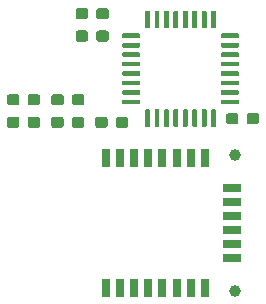
<source format=gtp>
G04 #@! TF.GenerationSoftware,KiCad,Pcbnew,(5.1.5-0-10_14)*
G04 #@! TF.CreationDate,2020-10-11T20:42:09+09:00*
G04 #@! TF.ProjectId,EnvMon,456e764d-6f6e-42e6-9b69-6361645f7063,2.0*
G04 #@! TF.SameCoordinates,Original*
G04 #@! TF.FileFunction,Paste,Top*
G04 #@! TF.FilePolarity,Positive*
%FSLAX46Y46*%
G04 Gerber Fmt 4.6, Leading zero omitted, Abs format (unit mm)*
G04 Created by KiCad (PCBNEW (5.1.5-0-10_14)) date 2020-10-11 20:42:09*
%MOMM*%
%LPD*%
G04 APERTURE LIST*
%ADD10C,0.100000*%
%ADD11R,0.800000X1.500000*%
%ADD12C,1.000000*%
%ADD13R,1.500000X0.800000*%
G04 APERTURE END LIST*
D10*
G36*
X7960779Y-14926144D02*
G01*
X7983834Y-14929563D01*
X8006443Y-14935227D01*
X8028387Y-14943079D01*
X8049457Y-14953044D01*
X8069448Y-14965026D01*
X8088168Y-14978910D01*
X8105438Y-14994562D01*
X8121090Y-15011832D01*
X8134974Y-15030552D01*
X8146956Y-15050543D01*
X8156921Y-15071613D01*
X8164773Y-15093557D01*
X8170437Y-15116166D01*
X8173856Y-15139221D01*
X8175000Y-15162500D01*
X8175000Y-15637500D01*
X8173856Y-15660779D01*
X8170437Y-15683834D01*
X8164773Y-15706443D01*
X8156921Y-15728387D01*
X8146956Y-15749457D01*
X8134974Y-15769448D01*
X8121090Y-15788168D01*
X8105438Y-15805438D01*
X8088168Y-15821090D01*
X8069448Y-15834974D01*
X8049457Y-15846956D01*
X8028387Y-15856921D01*
X8006443Y-15864773D01*
X7983834Y-15870437D01*
X7960779Y-15873856D01*
X7937500Y-15875000D01*
X7362500Y-15875000D01*
X7339221Y-15873856D01*
X7316166Y-15870437D01*
X7293557Y-15864773D01*
X7271613Y-15856921D01*
X7250543Y-15846956D01*
X7230552Y-15834974D01*
X7211832Y-15821090D01*
X7194562Y-15805438D01*
X7178910Y-15788168D01*
X7165026Y-15769448D01*
X7153044Y-15749457D01*
X7143079Y-15728387D01*
X7135227Y-15706443D01*
X7129563Y-15683834D01*
X7126144Y-15660779D01*
X7125000Y-15637500D01*
X7125000Y-15162500D01*
X7126144Y-15139221D01*
X7129563Y-15116166D01*
X7135227Y-15093557D01*
X7143079Y-15071613D01*
X7153044Y-15050543D01*
X7165026Y-15030552D01*
X7178910Y-15011832D01*
X7194562Y-14994562D01*
X7211832Y-14978910D01*
X7230552Y-14965026D01*
X7250543Y-14953044D01*
X7271613Y-14943079D01*
X7293557Y-14935227D01*
X7316166Y-14929563D01*
X7339221Y-14926144D01*
X7362500Y-14925000D01*
X7937500Y-14925000D01*
X7960779Y-14926144D01*
G37*
G36*
X6210779Y-14926144D02*
G01*
X6233834Y-14929563D01*
X6256443Y-14935227D01*
X6278387Y-14943079D01*
X6299457Y-14953044D01*
X6319448Y-14965026D01*
X6338168Y-14978910D01*
X6355438Y-14994562D01*
X6371090Y-15011832D01*
X6384974Y-15030552D01*
X6396956Y-15050543D01*
X6406921Y-15071613D01*
X6414773Y-15093557D01*
X6420437Y-15116166D01*
X6423856Y-15139221D01*
X6425000Y-15162500D01*
X6425000Y-15637500D01*
X6423856Y-15660779D01*
X6420437Y-15683834D01*
X6414773Y-15706443D01*
X6406921Y-15728387D01*
X6396956Y-15749457D01*
X6384974Y-15769448D01*
X6371090Y-15788168D01*
X6355438Y-15805438D01*
X6338168Y-15821090D01*
X6319448Y-15834974D01*
X6299457Y-15846956D01*
X6278387Y-15856921D01*
X6256443Y-15864773D01*
X6233834Y-15870437D01*
X6210779Y-15873856D01*
X6187500Y-15875000D01*
X5612500Y-15875000D01*
X5589221Y-15873856D01*
X5566166Y-15870437D01*
X5543557Y-15864773D01*
X5521613Y-15856921D01*
X5500543Y-15846956D01*
X5480552Y-15834974D01*
X5461832Y-15821090D01*
X5444562Y-15805438D01*
X5428910Y-15788168D01*
X5415026Y-15769448D01*
X5403044Y-15749457D01*
X5393079Y-15728387D01*
X5385227Y-15706443D01*
X5379563Y-15683834D01*
X5376144Y-15660779D01*
X5375000Y-15637500D01*
X5375000Y-15162500D01*
X5376144Y-15139221D01*
X5379563Y-15116166D01*
X5385227Y-15093557D01*
X5393079Y-15071613D01*
X5403044Y-15050543D01*
X5415026Y-15030552D01*
X5428910Y-15011832D01*
X5444562Y-14994562D01*
X5461832Y-14978910D01*
X5480552Y-14965026D01*
X5500543Y-14953044D01*
X5521613Y-14943079D01*
X5543557Y-14935227D01*
X5566166Y-14929563D01*
X5589221Y-14926144D01*
X5612500Y-14925000D01*
X6187500Y-14925000D01*
X6210779Y-14926144D01*
G37*
G36*
X-6519221Y-7926144D02*
G01*
X-6496166Y-7929563D01*
X-6473557Y-7935227D01*
X-6451613Y-7943079D01*
X-6430543Y-7953044D01*
X-6410552Y-7965026D01*
X-6391832Y-7978910D01*
X-6374562Y-7994562D01*
X-6358910Y-8011832D01*
X-6345026Y-8030552D01*
X-6333044Y-8050543D01*
X-6323079Y-8071613D01*
X-6315227Y-8093557D01*
X-6309563Y-8116166D01*
X-6306144Y-8139221D01*
X-6305000Y-8162500D01*
X-6305000Y-8637500D01*
X-6306144Y-8660779D01*
X-6309563Y-8683834D01*
X-6315227Y-8706443D01*
X-6323079Y-8728387D01*
X-6333044Y-8749457D01*
X-6345026Y-8769448D01*
X-6358910Y-8788168D01*
X-6374562Y-8805438D01*
X-6391832Y-8821090D01*
X-6410552Y-8834974D01*
X-6430543Y-8846956D01*
X-6451613Y-8856921D01*
X-6473557Y-8864773D01*
X-6496166Y-8870437D01*
X-6519221Y-8873856D01*
X-6542500Y-8875000D01*
X-7117500Y-8875000D01*
X-7140779Y-8873856D01*
X-7163834Y-8870437D01*
X-7186443Y-8864773D01*
X-7208387Y-8856921D01*
X-7229457Y-8846956D01*
X-7249448Y-8834974D01*
X-7268168Y-8821090D01*
X-7285438Y-8805438D01*
X-7301090Y-8788168D01*
X-7314974Y-8769448D01*
X-7326956Y-8749457D01*
X-7336921Y-8728387D01*
X-7344773Y-8706443D01*
X-7350437Y-8683834D01*
X-7353856Y-8660779D01*
X-7355000Y-8637500D01*
X-7355000Y-8162500D01*
X-7353856Y-8139221D01*
X-7350437Y-8116166D01*
X-7344773Y-8093557D01*
X-7336921Y-8071613D01*
X-7326956Y-8050543D01*
X-7314974Y-8030552D01*
X-7301090Y-8011832D01*
X-7285438Y-7994562D01*
X-7268168Y-7978910D01*
X-7249448Y-7965026D01*
X-7229457Y-7953044D01*
X-7208387Y-7943079D01*
X-7186443Y-7935227D01*
X-7163834Y-7929563D01*
X-7140779Y-7926144D01*
X-7117500Y-7925000D01*
X-6542500Y-7925000D01*
X-6519221Y-7926144D01*
G37*
G36*
X-4769221Y-7926144D02*
G01*
X-4746166Y-7929563D01*
X-4723557Y-7935227D01*
X-4701613Y-7943079D01*
X-4680543Y-7953044D01*
X-4660552Y-7965026D01*
X-4641832Y-7978910D01*
X-4624562Y-7994562D01*
X-4608910Y-8011832D01*
X-4595026Y-8030552D01*
X-4583044Y-8050543D01*
X-4573079Y-8071613D01*
X-4565227Y-8093557D01*
X-4559563Y-8116166D01*
X-4556144Y-8139221D01*
X-4555000Y-8162500D01*
X-4555000Y-8637500D01*
X-4556144Y-8660779D01*
X-4559563Y-8683834D01*
X-4565227Y-8706443D01*
X-4573079Y-8728387D01*
X-4583044Y-8749457D01*
X-4595026Y-8769448D01*
X-4608910Y-8788168D01*
X-4624562Y-8805438D01*
X-4641832Y-8821090D01*
X-4660552Y-8834974D01*
X-4680543Y-8846956D01*
X-4701613Y-8856921D01*
X-4723557Y-8864773D01*
X-4746166Y-8870437D01*
X-4769221Y-8873856D01*
X-4792500Y-8875000D01*
X-5367500Y-8875000D01*
X-5390779Y-8873856D01*
X-5413834Y-8870437D01*
X-5436443Y-8864773D01*
X-5458387Y-8856921D01*
X-5479457Y-8846956D01*
X-5499448Y-8834974D01*
X-5518168Y-8821090D01*
X-5535438Y-8805438D01*
X-5551090Y-8788168D01*
X-5564974Y-8769448D01*
X-5576956Y-8749457D01*
X-5586921Y-8728387D01*
X-5594773Y-8706443D01*
X-5600437Y-8683834D01*
X-5603856Y-8660779D01*
X-5605000Y-8637500D01*
X-5605000Y-8162500D01*
X-5603856Y-8139221D01*
X-5600437Y-8116166D01*
X-5594773Y-8093557D01*
X-5586921Y-8071613D01*
X-5576956Y-8050543D01*
X-5564974Y-8030552D01*
X-5551090Y-8011832D01*
X-5535438Y-7994562D01*
X-5518168Y-7978910D01*
X-5499448Y-7965026D01*
X-5479457Y-7953044D01*
X-5458387Y-7943079D01*
X-5436443Y-7935227D01*
X-5413834Y-7929563D01*
X-5390779Y-7926144D01*
X-5367500Y-7925000D01*
X-4792500Y-7925000D01*
X-4769221Y-7926144D01*
G37*
G36*
X-1166198Y-6251482D02*
G01*
X-1156491Y-6252921D01*
X-1146972Y-6255306D01*
X-1137732Y-6258612D01*
X-1128860Y-6262808D01*
X-1120443Y-6267853D01*
X-1112561Y-6273699D01*
X-1105289Y-6280289D01*
X-1098699Y-6287561D01*
X-1092853Y-6295443D01*
X-1087808Y-6303860D01*
X-1083612Y-6312732D01*
X-1080306Y-6321972D01*
X-1077921Y-6331491D01*
X-1076482Y-6341198D01*
X-1076000Y-6351000D01*
X-1076000Y-7651000D01*
X-1076482Y-7660802D01*
X-1077921Y-7670509D01*
X-1080306Y-7680028D01*
X-1083612Y-7689268D01*
X-1087808Y-7698140D01*
X-1092853Y-7706557D01*
X-1098699Y-7714439D01*
X-1105289Y-7721711D01*
X-1112561Y-7728301D01*
X-1120443Y-7734147D01*
X-1128860Y-7739192D01*
X-1137732Y-7743388D01*
X-1146972Y-7746694D01*
X-1156491Y-7749079D01*
X-1166198Y-7750518D01*
X-1176000Y-7751000D01*
X-1376000Y-7751000D01*
X-1385802Y-7750518D01*
X-1395509Y-7749079D01*
X-1405028Y-7746694D01*
X-1414268Y-7743388D01*
X-1423140Y-7739192D01*
X-1431557Y-7734147D01*
X-1439439Y-7728301D01*
X-1446711Y-7721711D01*
X-1453301Y-7714439D01*
X-1459147Y-7706557D01*
X-1464192Y-7698140D01*
X-1468388Y-7689268D01*
X-1471694Y-7680028D01*
X-1474079Y-7670509D01*
X-1475518Y-7660802D01*
X-1476000Y-7651000D01*
X-1476000Y-6351000D01*
X-1475518Y-6341198D01*
X-1474079Y-6331491D01*
X-1471694Y-6321972D01*
X-1468388Y-6312732D01*
X-1464192Y-6303860D01*
X-1459147Y-6295443D01*
X-1453301Y-6287561D01*
X-1446711Y-6280289D01*
X-1439439Y-6273699D01*
X-1431557Y-6267853D01*
X-1423140Y-6262808D01*
X-1414268Y-6258612D01*
X-1405028Y-6255306D01*
X-1395509Y-6252921D01*
X-1385802Y-6251482D01*
X-1376000Y-6251000D01*
X-1176000Y-6251000D01*
X-1166198Y-6251482D01*
G37*
G36*
X-366198Y-6251482D02*
G01*
X-356491Y-6252921D01*
X-346972Y-6255306D01*
X-337732Y-6258612D01*
X-328860Y-6262808D01*
X-320443Y-6267853D01*
X-312561Y-6273699D01*
X-305289Y-6280289D01*
X-298699Y-6287561D01*
X-292853Y-6295443D01*
X-287808Y-6303860D01*
X-283612Y-6312732D01*
X-280306Y-6321972D01*
X-277921Y-6331491D01*
X-276482Y-6341198D01*
X-276000Y-6351000D01*
X-276000Y-7651000D01*
X-276482Y-7660802D01*
X-277921Y-7670509D01*
X-280306Y-7680028D01*
X-283612Y-7689268D01*
X-287808Y-7698140D01*
X-292853Y-7706557D01*
X-298699Y-7714439D01*
X-305289Y-7721711D01*
X-312561Y-7728301D01*
X-320443Y-7734147D01*
X-328860Y-7739192D01*
X-337732Y-7743388D01*
X-346972Y-7746694D01*
X-356491Y-7749079D01*
X-366198Y-7750518D01*
X-376000Y-7751000D01*
X-576000Y-7751000D01*
X-585802Y-7750518D01*
X-595509Y-7749079D01*
X-605028Y-7746694D01*
X-614268Y-7743388D01*
X-623140Y-7739192D01*
X-631557Y-7734147D01*
X-639439Y-7728301D01*
X-646711Y-7721711D01*
X-653301Y-7714439D01*
X-659147Y-7706557D01*
X-664192Y-7698140D01*
X-668388Y-7689268D01*
X-671694Y-7680028D01*
X-674079Y-7670509D01*
X-675518Y-7660802D01*
X-676000Y-7651000D01*
X-676000Y-6351000D01*
X-675518Y-6341198D01*
X-674079Y-6331491D01*
X-671694Y-6321972D01*
X-668388Y-6312732D01*
X-664192Y-6303860D01*
X-659147Y-6295443D01*
X-653301Y-6287561D01*
X-646711Y-6280289D01*
X-639439Y-6273699D01*
X-631557Y-6267853D01*
X-623140Y-6262808D01*
X-614268Y-6258612D01*
X-605028Y-6255306D01*
X-595509Y-6252921D01*
X-585802Y-6251482D01*
X-576000Y-6251000D01*
X-376000Y-6251000D01*
X-366198Y-6251482D01*
G37*
G36*
X433802Y-6251482D02*
G01*
X443509Y-6252921D01*
X453028Y-6255306D01*
X462268Y-6258612D01*
X471140Y-6262808D01*
X479557Y-6267853D01*
X487439Y-6273699D01*
X494711Y-6280289D01*
X501301Y-6287561D01*
X507147Y-6295443D01*
X512192Y-6303860D01*
X516388Y-6312732D01*
X519694Y-6321972D01*
X522079Y-6331491D01*
X523518Y-6341198D01*
X524000Y-6351000D01*
X524000Y-7651000D01*
X523518Y-7660802D01*
X522079Y-7670509D01*
X519694Y-7680028D01*
X516388Y-7689268D01*
X512192Y-7698140D01*
X507147Y-7706557D01*
X501301Y-7714439D01*
X494711Y-7721711D01*
X487439Y-7728301D01*
X479557Y-7734147D01*
X471140Y-7739192D01*
X462268Y-7743388D01*
X453028Y-7746694D01*
X443509Y-7749079D01*
X433802Y-7750518D01*
X424000Y-7751000D01*
X224000Y-7751000D01*
X214198Y-7750518D01*
X204491Y-7749079D01*
X194972Y-7746694D01*
X185732Y-7743388D01*
X176860Y-7739192D01*
X168443Y-7734147D01*
X160561Y-7728301D01*
X153289Y-7721711D01*
X146699Y-7714439D01*
X140853Y-7706557D01*
X135808Y-7698140D01*
X131612Y-7689268D01*
X128306Y-7680028D01*
X125921Y-7670509D01*
X124482Y-7660802D01*
X124000Y-7651000D01*
X124000Y-6351000D01*
X124482Y-6341198D01*
X125921Y-6331491D01*
X128306Y-6321972D01*
X131612Y-6312732D01*
X135808Y-6303860D01*
X140853Y-6295443D01*
X146699Y-6287561D01*
X153289Y-6280289D01*
X160561Y-6273699D01*
X168443Y-6267853D01*
X176860Y-6262808D01*
X185732Y-6258612D01*
X194972Y-6255306D01*
X204491Y-6252921D01*
X214198Y-6251482D01*
X224000Y-6251000D01*
X424000Y-6251000D01*
X433802Y-6251482D01*
G37*
G36*
X1233802Y-6251482D02*
G01*
X1243509Y-6252921D01*
X1253028Y-6255306D01*
X1262268Y-6258612D01*
X1271140Y-6262808D01*
X1279557Y-6267853D01*
X1287439Y-6273699D01*
X1294711Y-6280289D01*
X1301301Y-6287561D01*
X1307147Y-6295443D01*
X1312192Y-6303860D01*
X1316388Y-6312732D01*
X1319694Y-6321972D01*
X1322079Y-6331491D01*
X1323518Y-6341198D01*
X1324000Y-6351000D01*
X1324000Y-7651000D01*
X1323518Y-7660802D01*
X1322079Y-7670509D01*
X1319694Y-7680028D01*
X1316388Y-7689268D01*
X1312192Y-7698140D01*
X1307147Y-7706557D01*
X1301301Y-7714439D01*
X1294711Y-7721711D01*
X1287439Y-7728301D01*
X1279557Y-7734147D01*
X1271140Y-7739192D01*
X1262268Y-7743388D01*
X1253028Y-7746694D01*
X1243509Y-7749079D01*
X1233802Y-7750518D01*
X1224000Y-7751000D01*
X1024000Y-7751000D01*
X1014198Y-7750518D01*
X1004491Y-7749079D01*
X994972Y-7746694D01*
X985732Y-7743388D01*
X976860Y-7739192D01*
X968443Y-7734147D01*
X960561Y-7728301D01*
X953289Y-7721711D01*
X946699Y-7714439D01*
X940853Y-7706557D01*
X935808Y-7698140D01*
X931612Y-7689268D01*
X928306Y-7680028D01*
X925921Y-7670509D01*
X924482Y-7660802D01*
X924000Y-7651000D01*
X924000Y-6351000D01*
X924482Y-6341198D01*
X925921Y-6331491D01*
X928306Y-6321972D01*
X931612Y-6312732D01*
X935808Y-6303860D01*
X940853Y-6295443D01*
X946699Y-6287561D01*
X953289Y-6280289D01*
X960561Y-6273699D01*
X968443Y-6267853D01*
X976860Y-6262808D01*
X985732Y-6258612D01*
X994972Y-6255306D01*
X1004491Y-6252921D01*
X1014198Y-6251482D01*
X1024000Y-6251000D01*
X1224000Y-6251000D01*
X1233802Y-6251482D01*
G37*
G36*
X2033802Y-6251482D02*
G01*
X2043509Y-6252921D01*
X2053028Y-6255306D01*
X2062268Y-6258612D01*
X2071140Y-6262808D01*
X2079557Y-6267853D01*
X2087439Y-6273699D01*
X2094711Y-6280289D01*
X2101301Y-6287561D01*
X2107147Y-6295443D01*
X2112192Y-6303860D01*
X2116388Y-6312732D01*
X2119694Y-6321972D01*
X2122079Y-6331491D01*
X2123518Y-6341198D01*
X2124000Y-6351000D01*
X2124000Y-7651000D01*
X2123518Y-7660802D01*
X2122079Y-7670509D01*
X2119694Y-7680028D01*
X2116388Y-7689268D01*
X2112192Y-7698140D01*
X2107147Y-7706557D01*
X2101301Y-7714439D01*
X2094711Y-7721711D01*
X2087439Y-7728301D01*
X2079557Y-7734147D01*
X2071140Y-7739192D01*
X2062268Y-7743388D01*
X2053028Y-7746694D01*
X2043509Y-7749079D01*
X2033802Y-7750518D01*
X2024000Y-7751000D01*
X1824000Y-7751000D01*
X1814198Y-7750518D01*
X1804491Y-7749079D01*
X1794972Y-7746694D01*
X1785732Y-7743388D01*
X1776860Y-7739192D01*
X1768443Y-7734147D01*
X1760561Y-7728301D01*
X1753289Y-7721711D01*
X1746699Y-7714439D01*
X1740853Y-7706557D01*
X1735808Y-7698140D01*
X1731612Y-7689268D01*
X1728306Y-7680028D01*
X1725921Y-7670509D01*
X1724482Y-7660802D01*
X1724000Y-7651000D01*
X1724000Y-6351000D01*
X1724482Y-6341198D01*
X1725921Y-6331491D01*
X1728306Y-6321972D01*
X1731612Y-6312732D01*
X1735808Y-6303860D01*
X1740853Y-6295443D01*
X1746699Y-6287561D01*
X1753289Y-6280289D01*
X1760561Y-6273699D01*
X1768443Y-6267853D01*
X1776860Y-6262808D01*
X1785732Y-6258612D01*
X1794972Y-6255306D01*
X1804491Y-6252921D01*
X1814198Y-6251482D01*
X1824000Y-6251000D01*
X2024000Y-6251000D01*
X2033802Y-6251482D01*
G37*
G36*
X2833802Y-6251482D02*
G01*
X2843509Y-6252921D01*
X2853028Y-6255306D01*
X2862268Y-6258612D01*
X2871140Y-6262808D01*
X2879557Y-6267853D01*
X2887439Y-6273699D01*
X2894711Y-6280289D01*
X2901301Y-6287561D01*
X2907147Y-6295443D01*
X2912192Y-6303860D01*
X2916388Y-6312732D01*
X2919694Y-6321972D01*
X2922079Y-6331491D01*
X2923518Y-6341198D01*
X2924000Y-6351000D01*
X2924000Y-7651000D01*
X2923518Y-7660802D01*
X2922079Y-7670509D01*
X2919694Y-7680028D01*
X2916388Y-7689268D01*
X2912192Y-7698140D01*
X2907147Y-7706557D01*
X2901301Y-7714439D01*
X2894711Y-7721711D01*
X2887439Y-7728301D01*
X2879557Y-7734147D01*
X2871140Y-7739192D01*
X2862268Y-7743388D01*
X2853028Y-7746694D01*
X2843509Y-7749079D01*
X2833802Y-7750518D01*
X2824000Y-7751000D01*
X2624000Y-7751000D01*
X2614198Y-7750518D01*
X2604491Y-7749079D01*
X2594972Y-7746694D01*
X2585732Y-7743388D01*
X2576860Y-7739192D01*
X2568443Y-7734147D01*
X2560561Y-7728301D01*
X2553289Y-7721711D01*
X2546699Y-7714439D01*
X2540853Y-7706557D01*
X2535808Y-7698140D01*
X2531612Y-7689268D01*
X2528306Y-7680028D01*
X2525921Y-7670509D01*
X2524482Y-7660802D01*
X2524000Y-7651000D01*
X2524000Y-6351000D01*
X2524482Y-6341198D01*
X2525921Y-6331491D01*
X2528306Y-6321972D01*
X2531612Y-6312732D01*
X2535808Y-6303860D01*
X2540853Y-6295443D01*
X2546699Y-6287561D01*
X2553289Y-6280289D01*
X2560561Y-6273699D01*
X2568443Y-6267853D01*
X2576860Y-6262808D01*
X2585732Y-6258612D01*
X2594972Y-6255306D01*
X2604491Y-6252921D01*
X2614198Y-6251482D01*
X2624000Y-6251000D01*
X2824000Y-6251000D01*
X2833802Y-6251482D01*
G37*
G36*
X3633802Y-6251482D02*
G01*
X3643509Y-6252921D01*
X3653028Y-6255306D01*
X3662268Y-6258612D01*
X3671140Y-6262808D01*
X3679557Y-6267853D01*
X3687439Y-6273699D01*
X3694711Y-6280289D01*
X3701301Y-6287561D01*
X3707147Y-6295443D01*
X3712192Y-6303860D01*
X3716388Y-6312732D01*
X3719694Y-6321972D01*
X3722079Y-6331491D01*
X3723518Y-6341198D01*
X3724000Y-6351000D01*
X3724000Y-7651000D01*
X3723518Y-7660802D01*
X3722079Y-7670509D01*
X3719694Y-7680028D01*
X3716388Y-7689268D01*
X3712192Y-7698140D01*
X3707147Y-7706557D01*
X3701301Y-7714439D01*
X3694711Y-7721711D01*
X3687439Y-7728301D01*
X3679557Y-7734147D01*
X3671140Y-7739192D01*
X3662268Y-7743388D01*
X3653028Y-7746694D01*
X3643509Y-7749079D01*
X3633802Y-7750518D01*
X3624000Y-7751000D01*
X3424000Y-7751000D01*
X3414198Y-7750518D01*
X3404491Y-7749079D01*
X3394972Y-7746694D01*
X3385732Y-7743388D01*
X3376860Y-7739192D01*
X3368443Y-7734147D01*
X3360561Y-7728301D01*
X3353289Y-7721711D01*
X3346699Y-7714439D01*
X3340853Y-7706557D01*
X3335808Y-7698140D01*
X3331612Y-7689268D01*
X3328306Y-7680028D01*
X3325921Y-7670509D01*
X3324482Y-7660802D01*
X3324000Y-7651000D01*
X3324000Y-6351000D01*
X3324482Y-6341198D01*
X3325921Y-6331491D01*
X3328306Y-6321972D01*
X3331612Y-6312732D01*
X3335808Y-6303860D01*
X3340853Y-6295443D01*
X3346699Y-6287561D01*
X3353289Y-6280289D01*
X3360561Y-6273699D01*
X3368443Y-6267853D01*
X3376860Y-6262808D01*
X3385732Y-6258612D01*
X3394972Y-6255306D01*
X3404491Y-6252921D01*
X3414198Y-6251482D01*
X3424000Y-6251000D01*
X3624000Y-6251000D01*
X3633802Y-6251482D01*
G37*
G36*
X4433802Y-6251482D02*
G01*
X4443509Y-6252921D01*
X4453028Y-6255306D01*
X4462268Y-6258612D01*
X4471140Y-6262808D01*
X4479557Y-6267853D01*
X4487439Y-6273699D01*
X4494711Y-6280289D01*
X4501301Y-6287561D01*
X4507147Y-6295443D01*
X4512192Y-6303860D01*
X4516388Y-6312732D01*
X4519694Y-6321972D01*
X4522079Y-6331491D01*
X4523518Y-6341198D01*
X4524000Y-6351000D01*
X4524000Y-7651000D01*
X4523518Y-7660802D01*
X4522079Y-7670509D01*
X4519694Y-7680028D01*
X4516388Y-7689268D01*
X4512192Y-7698140D01*
X4507147Y-7706557D01*
X4501301Y-7714439D01*
X4494711Y-7721711D01*
X4487439Y-7728301D01*
X4479557Y-7734147D01*
X4471140Y-7739192D01*
X4462268Y-7743388D01*
X4453028Y-7746694D01*
X4443509Y-7749079D01*
X4433802Y-7750518D01*
X4424000Y-7751000D01*
X4224000Y-7751000D01*
X4214198Y-7750518D01*
X4204491Y-7749079D01*
X4194972Y-7746694D01*
X4185732Y-7743388D01*
X4176860Y-7739192D01*
X4168443Y-7734147D01*
X4160561Y-7728301D01*
X4153289Y-7721711D01*
X4146699Y-7714439D01*
X4140853Y-7706557D01*
X4135808Y-7698140D01*
X4131612Y-7689268D01*
X4128306Y-7680028D01*
X4125921Y-7670509D01*
X4124482Y-7660802D01*
X4124000Y-7651000D01*
X4124000Y-6351000D01*
X4124482Y-6341198D01*
X4125921Y-6331491D01*
X4128306Y-6321972D01*
X4131612Y-6312732D01*
X4135808Y-6303860D01*
X4140853Y-6295443D01*
X4146699Y-6287561D01*
X4153289Y-6280289D01*
X4160561Y-6273699D01*
X4168443Y-6267853D01*
X4176860Y-6262808D01*
X4185732Y-6258612D01*
X4194972Y-6255306D01*
X4204491Y-6252921D01*
X4214198Y-6251482D01*
X4224000Y-6251000D01*
X4424000Y-6251000D01*
X4433802Y-6251482D01*
G37*
G36*
X6358802Y-8176482D02*
G01*
X6368509Y-8177921D01*
X6378028Y-8180306D01*
X6387268Y-8183612D01*
X6396140Y-8187808D01*
X6404557Y-8192853D01*
X6412439Y-8198699D01*
X6419711Y-8205289D01*
X6426301Y-8212561D01*
X6432147Y-8220443D01*
X6437192Y-8228860D01*
X6441388Y-8237732D01*
X6444694Y-8246972D01*
X6447079Y-8256491D01*
X6448518Y-8266198D01*
X6449000Y-8276000D01*
X6449000Y-8476000D01*
X6448518Y-8485802D01*
X6447079Y-8495509D01*
X6444694Y-8505028D01*
X6441388Y-8514268D01*
X6437192Y-8523140D01*
X6432147Y-8531557D01*
X6426301Y-8539439D01*
X6419711Y-8546711D01*
X6412439Y-8553301D01*
X6404557Y-8559147D01*
X6396140Y-8564192D01*
X6387268Y-8568388D01*
X6378028Y-8571694D01*
X6368509Y-8574079D01*
X6358802Y-8575518D01*
X6349000Y-8576000D01*
X5049000Y-8576000D01*
X5039198Y-8575518D01*
X5029491Y-8574079D01*
X5019972Y-8571694D01*
X5010732Y-8568388D01*
X5001860Y-8564192D01*
X4993443Y-8559147D01*
X4985561Y-8553301D01*
X4978289Y-8546711D01*
X4971699Y-8539439D01*
X4965853Y-8531557D01*
X4960808Y-8523140D01*
X4956612Y-8514268D01*
X4953306Y-8505028D01*
X4950921Y-8495509D01*
X4949482Y-8485802D01*
X4949000Y-8476000D01*
X4949000Y-8276000D01*
X4949482Y-8266198D01*
X4950921Y-8256491D01*
X4953306Y-8246972D01*
X4956612Y-8237732D01*
X4960808Y-8228860D01*
X4965853Y-8220443D01*
X4971699Y-8212561D01*
X4978289Y-8205289D01*
X4985561Y-8198699D01*
X4993443Y-8192853D01*
X5001860Y-8187808D01*
X5010732Y-8183612D01*
X5019972Y-8180306D01*
X5029491Y-8177921D01*
X5039198Y-8176482D01*
X5049000Y-8176000D01*
X6349000Y-8176000D01*
X6358802Y-8176482D01*
G37*
G36*
X6358802Y-8976482D02*
G01*
X6368509Y-8977921D01*
X6378028Y-8980306D01*
X6387268Y-8983612D01*
X6396140Y-8987808D01*
X6404557Y-8992853D01*
X6412439Y-8998699D01*
X6419711Y-9005289D01*
X6426301Y-9012561D01*
X6432147Y-9020443D01*
X6437192Y-9028860D01*
X6441388Y-9037732D01*
X6444694Y-9046972D01*
X6447079Y-9056491D01*
X6448518Y-9066198D01*
X6449000Y-9076000D01*
X6449000Y-9276000D01*
X6448518Y-9285802D01*
X6447079Y-9295509D01*
X6444694Y-9305028D01*
X6441388Y-9314268D01*
X6437192Y-9323140D01*
X6432147Y-9331557D01*
X6426301Y-9339439D01*
X6419711Y-9346711D01*
X6412439Y-9353301D01*
X6404557Y-9359147D01*
X6396140Y-9364192D01*
X6387268Y-9368388D01*
X6378028Y-9371694D01*
X6368509Y-9374079D01*
X6358802Y-9375518D01*
X6349000Y-9376000D01*
X5049000Y-9376000D01*
X5039198Y-9375518D01*
X5029491Y-9374079D01*
X5019972Y-9371694D01*
X5010732Y-9368388D01*
X5001860Y-9364192D01*
X4993443Y-9359147D01*
X4985561Y-9353301D01*
X4978289Y-9346711D01*
X4971699Y-9339439D01*
X4965853Y-9331557D01*
X4960808Y-9323140D01*
X4956612Y-9314268D01*
X4953306Y-9305028D01*
X4950921Y-9295509D01*
X4949482Y-9285802D01*
X4949000Y-9276000D01*
X4949000Y-9076000D01*
X4949482Y-9066198D01*
X4950921Y-9056491D01*
X4953306Y-9046972D01*
X4956612Y-9037732D01*
X4960808Y-9028860D01*
X4965853Y-9020443D01*
X4971699Y-9012561D01*
X4978289Y-9005289D01*
X4985561Y-8998699D01*
X4993443Y-8992853D01*
X5001860Y-8987808D01*
X5010732Y-8983612D01*
X5019972Y-8980306D01*
X5029491Y-8977921D01*
X5039198Y-8976482D01*
X5049000Y-8976000D01*
X6349000Y-8976000D01*
X6358802Y-8976482D01*
G37*
G36*
X6358802Y-9776482D02*
G01*
X6368509Y-9777921D01*
X6378028Y-9780306D01*
X6387268Y-9783612D01*
X6396140Y-9787808D01*
X6404557Y-9792853D01*
X6412439Y-9798699D01*
X6419711Y-9805289D01*
X6426301Y-9812561D01*
X6432147Y-9820443D01*
X6437192Y-9828860D01*
X6441388Y-9837732D01*
X6444694Y-9846972D01*
X6447079Y-9856491D01*
X6448518Y-9866198D01*
X6449000Y-9876000D01*
X6449000Y-10076000D01*
X6448518Y-10085802D01*
X6447079Y-10095509D01*
X6444694Y-10105028D01*
X6441388Y-10114268D01*
X6437192Y-10123140D01*
X6432147Y-10131557D01*
X6426301Y-10139439D01*
X6419711Y-10146711D01*
X6412439Y-10153301D01*
X6404557Y-10159147D01*
X6396140Y-10164192D01*
X6387268Y-10168388D01*
X6378028Y-10171694D01*
X6368509Y-10174079D01*
X6358802Y-10175518D01*
X6349000Y-10176000D01*
X5049000Y-10176000D01*
X5039198Y-10175518D01*
X5029491Y-10174079D01*
X5019972Y-10171694D01*
X5010732Y-10168388D01*
X5001860Y-10164192D01*
X4993443Y-10159147D01*
X4985561Y-10153301D01*
X4978289Y-10146711D01*
X4971699Y-10139439D01*
X4965853Y-10131557D01*
X4960808Y-10123140D01*
X4956612Y-10114268D01*
X4953306Y-10105028D01*
X4950921Y-10095509D01*
X4949482Y-10085802D01*
X4949000Y-10076000D01*
X4949000Y-9876000D01*
X4949482Y-9866198D01*
X4950921Y-9856491D01*
X4953306Y-9846972D01*
X4956612Y-9837732D01*
X4960808Y-9828860D01*
X4965853Y-9820443D01*
X4971699Y-9812561D01*
X4978289Y-9805289D01*
X4985561Y-9798699D01*
X4993443Y-9792853D01*
X5001860Y-9787808D01*
X5010732Y-9783612D01*
X5019972Y-9780306D01*
X5029491Y-9777921D01*
X5039198Y-9776482D01*
X5049000Y-9776000D01*
X6349000Y-9776000D01*
X6358802Y-9776482D01*
G37*
G36*
X6358802Y-10576482D02*
G01*
X6368509Y-10577921D01*
X6378028Y-10580306D01*
X6387268Y-10583612D01*
X6396140Y-10587808D01*
X6404557Y-10592853D01*
X6412439Y-10598699D01*
X6419711Y-10605289D01*
X6426301Y-10612561D01*
X6432147Y-10620443D01*
X6437192Y-10628860D01*
X6441388Y-10637732D01*
X6444694Y-10646972D01*
X6447079Y-10656491D01*
X6448518Y-10666198D01*
X6449000Y-10676000D01*
X6449000Y-10876000D01*
X6448518Y-10885802D01*
X6447079Y-10895509D01*
X6444694Y-10905028D01*
X6441388Y-10914268D01*
X6437192Y-10923140D01*
X6432147Y-10931557D01*
X6426301Y-10939439D01*
X6419711Y-10946711D01*
X6412439Y-10953301D01*
X6404557Y-10959147D01*
X6396140Y-10964192D01*
X6387268Y-10968388D01*
X6378028Y-10971694D01*
X6368509Y-10974079D01*
X6358802Y-10975518D01*
X6349000Y-10976000D01*
X5049000Y-10976000D01*
X5039198Y-10975518D01*
X5029491Y-10974079D01*
X5019972Y-10971694D01*
X5010732Y-10968388D01*
X5001860Y-10964192D01*
X4993443Y-10959147D01*
X4985561Y-10953301D01*
X4978289Y-10946711D01*
X4971699Y-10939439D01*
X4965853Y-10931557D01*
X4960808Y-10923140D01*
X4956612Y-10914268D01*
X4953306Y-10905028D01*
X4950921Y-10895509D01*
X4949482Y-10885802D01*
X4949000Y-10876000D01*
X4949000Y-10676000D01*
X4949482Y-10666198D01*
X4950921Y-10656491D01*
X4953306Y-10646972D01*
X4956612Y-10637732D01*
X4960808Y-10628860D01*
X4965853Y-10620443D01*
X4971699Y-10612561D01*
X4978289Y-10605289D01*
X4985561Y-10598699D01*
X4993443Y-10592853D01*
X5001860Y-10587808D01*
X5010732Y-10583612D01*
X5019972Y-10580306D01*
X5029491Y-10577921D01*
X5039198Y-10576482D01*
X5049000Y-10576000D01*
X6349000Y-10576000D01*
X6358802Y-10576482D01*
G37*
G36*
X6358802Y-11376482D02*
G01*
X6368509Y-11377921D01*
X6378028Y-11380306D01*
X6387268Y-11383612D01*
X6396140Y-11387808D01*
X6404557Y-11392853D01*
X6412439Y-11398699D01*
X6419711Y-11405289D01*
X6426301Y-11412561D01*
X6432147Y-11420443D01*
X6437192Y-11428860D01*
X6441388Y-11437732D01*
X6444694Y-11446972D01*
X6447079Y-11456491D01*
X6448518Y-11466198D01*
X6449000Y-11476000D01*
X6449000Y-11676000D01*
X6448518Y-11685802D01*
X6447079Y-11695509D01*
X6444694Y-11705028D01*
X6441388Y-11714268D01*
X6437192Y-11723140D01*
X6432147Y-11731557D01*
X6426301Y-11739439D01*
X6419711Y-11746711D01*
X6412439Y-11753301D01*
X6404557Y-11759147D01*
X6396140Y-11764192D01*
X6387268Y-11768388D01*
X6378028Y-11771694D01*
X6368509Y-11774079D01*
X6358802Y-11775518D01*
X6349000Y-11776000D01*
X5049000Y-11776000D01*
X5039198Y-11775518D01*
X5029491Y-11774079D01*
X5019972Y-11771694D01*
X5010732Y-11768388D01*
X5001860Y-11764192D01*
X4993443Y-11759147D01*
X4985561Y-11753301D01*
X4978289Y-11746711D01*
X4971699Y-11739439D01*
X4965853Y-11731557D01*
X4960808Y-11723140D01*
X4956612Y-11714268D01*
X4953306Y-11705028D01*
X4950921Y-11695509D01*
X4949482Y-11685802D01*
X4949000Y-11676000D01*
X4949000Y-11476000D01*
X4949482Y-11466198D01*
X4950921Y-11456491D01*
X4953306Y-11446972D01*
X4956612Y-11437732D01*
X4960808Y-11428860D01*
X4965853Y-11420443D01*
X4971699Y-11412561D01*
X4978289Y-11405289D01*
X4985561Y-11398699D01*
X4993443Y-11392853D01*
X5001860Y-11387808D01*
X5010732Y-11383612D01*
X5019972Y-11380306D01*
X5029491Y-11377921D01*
X5039198Y-11376482D01*
X5049000Y-11376000D01*
X6349000Y-11376000D01*
X6358802Y-11376482D01*
G37*
G36*
X6358802Y-12176482D02*
G01*
X6368509Y-12177921D01*
X6378028Y-12180306D01*
X6387268Y-12183612D01*
X6396140Y-12187808D01*
X6404557Y-12192853D01*
X6412439Y-12198699D01*
X6419711Y-12205289D01*
X6426301Y-12212561D01*
X6432147Y-12220443D01*
X6437192Y-12228860D01*
X6441388Y-12237732D01*
X6444694Y-12246972D01*
X6447079Y-12256491D01*
X6448518Y-12266198D01*
X6449000Y-12276000D01*
X6449000Y-12476000D01*
X6448518Y-12485802D01*
X6447079Y-12495509D01*
X6444694Y-12505028D01*
X6441388Y-12514268D01*
X6437192Y-12523140D01*
X6432147Y-12531557D01*
X6426301Y-12539439D01*
X6419711Y-12546711D01*
X6412439Y-12553301D01*
X6404557Y-12559147D01*
X6396140Y-12564192D01*
X6387268Y-12568388D01*
X6378028Y-12571694D01*
X6368509Y-12574079D01*
X6358802Y-12575518D01*
X6349000Y-12576000D01*
X5049000Y-12576000D01*
X5039198Y-12575518D01*
X5029491Y-12574079D01*
X5019972Y-12571694D01*
X5010732Y-12568388D01*
X5001860Y-12564192D01*
X4993443Y-12559147D01*
X4985561Y-12553301D01*
X4978289Y-12546711D01*
X4971699Y-12539439D01*
X4965853Y-12531557D01*
X4960808Y-12523140D01*
X4956612Y-12514268D01*
X4953306Y-12505028D01*
X4950921Y-12495509D01*
X4949482Y-12485802D01*
X4949000Y-12476000D01*
X4949000Y-12276000D01*
X4949482Y-12266198D01*
X4950921Y-12256491D01*
X4953306Y-12246972D01*
X4956612Y-12237732D01*
X4960808Y-12228860D01*
X4965853Y-12220443D01*
X4971699Y-12212561D01*
X4978289Y-12205289D01*
X4985561Y-12198699D01*
X4993443Y-12192853D01*
X5001860Y-12187808D01*
X5010732Y-12183612D01*
X5019972Y-12180306D01*
X5029491Y-12177921D01*
X5039198Y-12176482D01*
X5049000Y-12176000D01*
X6349000Y-12176000D01*
X6358802Y-12176482D01*
G37*
G36*
X6358802Y-12976482D02*
G01*
X6368509Y-12977921D01*
X6378028Y-12980306D01*
X6387268Y-12983612D01*
X6396140Y-12987808D01*
X6404557Y-12992853D01*
X6412439Y-12998699D01*
X6419711Y-13005289D01*
X6426301Y-13012561D01*
X6432147Y-13020443D01*
X6437192Y-13028860D01*
X6441388Y-13037732D01*
X6444694Y-13046972D01*
X6447079Y-13056491D01*
X6448518Y-13066198D01*
X6449000Y-13076000D01*
X6449000Y-13276000D01*
X6448518Y-13285802D01*
X6447079Y-13295509D01*
X6444694Y-13305028D01*
X6441388Y-13314268D01*
X6437192Y-13323140D01*
X6432147Y-13331557D01*
X6426301Y-13339439D01*
X6419711Y-13346711D01*
X6412439Y-13353301D01*
X6404557Y-13359147D01*
X6396140Y-13364192D01*
X6387268Y-13368388D01*
X6378028Y-13371694D01*
X6368509Y-13374079D01*
X6358802Y-13375518D01*
X6349000Y-13376000D01*
X5049000Y-13376000D01*
X5039198Y-13375518D01*
X5029491Y-13374079D01*
X5019972Y-13371694D01*
X5010732Y-13368388D01*
X5001860Y-13364192D01*
X4993443Y-13359147D01*
X4985561Y-13353301D01*
X4978289Y-13346711D01*
X4971699Y-13339439D01*
X4965853Y-13331557D01*
X4960808Y-13323140D01*
X4956612Y-13314268D01*
X4953306Y-13305028D01*
X4950921Y-13295509D01*
X4949482Y-13285802D01*
X4949000Y-13276000D01*
X4949000Y-13076000D01*
X4949482Y-13066198D01*
X4950921Y-13056491D01*
X4953306Y-13046972D01*
X4956612Y-13037732D01*
X4960808Y-13028860D01*
X4965853Y-13020443D01*
X4971699Y-13012561D01*
X4978289Y-13005289D01*
X4985561Y-12998699D01*
X4993443Y-12992853D01*
X5001860Y-12987808D01*
X5010732Y-12983612D01*
X5019972Y-12980306D01*
X5029491Y-12977921D01*
X5039198Y-12976482D01*
X5049000Y-12976000D01*
X6349000Y-12976000D01*
X6358802Y-12976482D01*
G37*
G36*
X6358802Y-13776482D02*
G01*
X6368509Y-13777921D01*
X6378028Y-13780306D01*
X6387268Y-13783612D01*
X6396140Y-13787808D01*
X6404557Y-13792853D01*
X6412439Y-13798699D01*
X6419711Y-13805289D01*
X6426301Y-13812561D01*
X6432147Y-13820443D01*
X6437192Y-13828860D01*
X6441388Y-13837732D01*
X6444694Y-13846972D01*
X6447079Y-13856491D01*
X6448518Y-13866198D01*
X6449000Y-13876000D01*
X6449000Y-14076000D01*
X6448518Y-14085802D01*
X6447079Y-14095509D01*
X6444694Y-14105028D01*
X6441388Y-14114268D01*
X6437192Y-14123140D01*
X6432147Y-14131557D01*
X6426301Y-14139439D01*
X6419711Y-14146711D01*
X6412439Y-14153301D01*
X6404557Y-14159147D01*
X6396140Y-14164192D01*
X6387268Y-14168388D01*
X6378028Y-14171694D01*
X6368509Y-14174079D01*
X6358802Y-14175518D01*
X6349000Y-14176000D01*
X5049000Y-14176000D01*
X5039198Y-14175518D01*
X5029491Y-14174079D01*
X5019972Y-14171694D01*
X5010732Y-14168388D01*
X5001860Y-14164192D01*
X4993443Y-14159147D01*
X4985561Y-14153301D01*
X4978289Y-14146711D01*
X4971699Y-14139439D01*
X4965853Y-14131557D01*
X4960808Y-14123140D01*
X4956612Y-14114268D01*
X4953306Y-14105028D01*
X4950921Y-14095509D01*
X4949482Y-14085802D01*
X4949000Y-14076000D01*
X4949000Y-13876000D01*
X4949482Y-13866198D01*
X4950921Y-13856491D01*
X4953306Y-13846972D01*
X4956612Y-13837732D01*
X4960808Y-13828860D01*
X4965853Y-13820443D01*
X4971699Y-13812561D01*
X4978289Y-13805289D01*
X4985561Y-13798699D01*
X4993443Y-13792853D01*
X5001860Y-13787808D01*
X5010732Y-13783612D01*
X5019972Y-13780306D01*
X5029491Y-13777921D01*
X5039198Y-13776482D01*
X5049000Y-13776000D01*
X6349000Y-13776000D01*
X6358802Y-13776482D01*
G37*
G36*
X4433802Y-14601482D02*
G01*
X4443509Y-14602921D01*
X4453028Y-14605306D01*
X4462268Y-14608612D01*
X4471140Y-14612808D01*
X4479557Y-14617853D01*
X4487439Y-14623699D01*
X4494711Y-14630289D01*
X4501301Y-14637561D01*
X4507147Y-14645443D01*
X4512192Y-14653860D01*
X4516388Y-14662732D01*
X4519694Y-14671972D01*
X4522079Y-14681491D01*
X4523518Y-14691198D01*
X4524000Y-14701000D01*
X4524000Y-16001000D01*
X4523518Y-16010802D01*
X4522079Y-16020509D01*
X4519694Y-16030028D01*
X4516388Y-16039268D01*
X4512192Y-16048140D01*
X4507147Y-16056557D01*
X4501301Y-16064439D01*
X4494711Y-16071711D01*
X4487439Y-16078301D01*
X4479557Y-16084147D01*
X4471140Y-16089192D01*
X4462268Y-16093388D01*
X4453028Y-16096694D01*
X4443509Y-16099079D01*
X4433802Y-16100518D01*
X4424000Y-16101000D01*
X4224000Y-16101000D01*
X4214198Y-16100518D01*
X4204491Y-16099079D01*
X4194972Y-16096694D01*
X4185732Y-16093388D01*
X4176860Y-16089192D01*
X4168443Y-16084147D01*
X4160561Y-16078301D01*
X4153289Y-16071711D01*
X4146699Y-16064439D01*
X4140853Y-16056557D01*
X4135808Y-16048140D01*
X4131612Y-16039268D01*
X4128306Y-16030028D01*
X4125921Y-16020509D01*
X4124482Y-16010802D01*
X4124000Y-16001000D01*
X4124000Y-14701000D01*
X4124482Y-14691198D01*
X4125921Y-14681491D01*
X4128306Y-14671972D01*
X4131612Y-14662732D01*
X4135808Y-14653860D01*
X4140853Y-14645443D01*
X4146699Y-14637561D01*
X4153289Y-14630289D01*
X4160561Y-14623699D01*
X4168443Y-14617853D01*
X4176860Y-14612808D01*
X4185732Y-14608612D01*
X4194972Y-14605306D01*
X4204491Y-14602921D01*
X4214198Y-14601482D01*
X4224000Y-14601000D01*
X4424000Y-14601000D01*
X4433802Y-14601482D01*
G37*
G36*
X3633802Y-14601482D02*
G01*
X3643509Y-14602921D01*
X3653028Y-14605306D01*
X3662268Y-14608612D01*
X3671140Y-14612808D01*
X3679557Y-14617853D01*
X3687439Y-14623699D01*
X3694711Y-14630289D01*
X3701301Y-14637561D01*
X3707147Y-14645443D01*
X3712192Y-14653860D01*
X3716388Y-14662732D01*
X3719694Y-14671972D01*
X3722079Y-14681491D01*
X3723518Y-14691198D01*
X3724000Y-14701000D01*
X3724000Y-16001000D01*
X3723518Y-16010802D01*
X3722079Y-16020509D01*
X3719694Y-16030028D01*
X3716388Y-16039268D01*
X3712192Y-16048140D01*
X3707147Y-16056557D01*
X3701301Y-16064439D01*
X3694711Y-16071711D01*
X3687439Y-16078301D01*
X3679557Y-16084147D01*
X3671140Y-16089192D01*
X3662268Y-16093388D01*
X3653028Y-16096694D01*
X3643509Y-16099079D01*
X3633802Y-16100518D01*
X3624000Y-16101000D01*
X3424000Y-16101000D01*
X3414198Y-16100518D01*
X3404491Y-16099079D01*
X3394972Y-16096694D01*
X3385732Y-16093388D01*
X3376860Y-16089192D01*
X3368443Y-16084147D01*
X3360561Y-16078301D01*
X3353289Y-16071711D01*
X3346699Y-16064439D01*
X3340853Y-16056557D01*
X3335808Y-16048140D01*
X3331612Y-16039268D01*
X3328306Y-16030028D01*
X3325921Y-16020509D01*
X3324482Y-16010802D01*
X3324000Y-16001000D01*
X3324000Y-14701000D01*
X3324482Y-14691198D01*
X3325921Y-14681491D01*
X3328306Y-14671972D01*
X3331612Y-14662732D01*
X3335808Y-14653860D01*
X3340853Y-14645443D01*
X3346699Y-14637561D01*
X3353289Y-14630289D01*
X3360561Y-14623699D01*
X3368443Y-14617853D01*
X3376860Y-14612808D01*
X3385732Y-14608612D01*
X3394972Y-14605306D01*
X3404491Y-14602921D01*
X3414198Y-14601482D01*
X3424000Y-14601000D01*
X3624000Y-14601000D01*
X3633802Y-14601482D01*
G37*
G36*
X2833802Y-14601482D02*
G01*
X2843509Y-14602921D01*
X2853028Y-14605306D01*
X2862268Y-14608612D01*
X2871140Y-14612808D01*
X2879557Y-14617853D01*
X2887439Y-14623699D01*
X2894711Y-14630289D01*
X2901301Y-14637561D01*
X2907147Y-14645443D01*
X2912192Y-14653860D01*
X2916388Y-14662732D01*
X2919694Y-14671972D01*
X2922079Y-14681491D01*
X2923518Y-14691198D01*
X2924000Y-14701000D01*
X2924000Y-16001000D01*
X2923518Y-16010802D01*
X2922079Y-16020509D01*
X2919694Y-16030028D01*
X2916388Y-16039268D01*
X2912192Y-16048140D01*
X2907147Y-16056557D01*
X2901301Y-16064439D01*
X2894711Y-16071711D01*
X2887439Y-16078301D01*
X2879557Y-16084147D01*
X2871140Y-16089192D01*
X2862268Y-16093388D01*
X2853028Y-16096694D01*
X2843509Y-16099079D01*
X2833802Y-16100518D01*
X2824000Y-16101000D01*
X2624000Y-16101000D01*
X2614198Y-16100518D01*
X2604491Y-16099079D01*
X2594972Y-16096694D01*
X2585732Y-16093388D01*
X2576860Y-16089192D01*
X2568443Y-16084147D01*
X2560561Y-16078301D01*
X2553289Y-16071711D01*
X2546699Y-16064439D01*
X2540853Y-16056557D01*
X2535808Y-16048140D01*
X2531612Y-16039268D01*
X2528306Y-16030028D01*
X2525921Y-16020509D01*
X2524482Y-16010802D01*
X2524000Y-16001000D01*
X2524000Y-14701000D01*
X2524482Y-14691198D01*
X2525921Y-14681491D01*
X2528306Y-14671972D01*
X2531612Y-14662732D01*
X2535808Y-14653860D01*
X2540853Y-14645443D01*
X2546699Y-14637561D01*
X2553289Y-14630289D01*
X2560561Y-14623699D01*
X2568443Y-14617853D01*
X2576860Y-14612808D01*
X2585732Y-14608612D01*
X2594972Y-14605306D01*
X2604491Y-14602921D01*
X2614198Y-14601482D01*
X2624000Y-14601000D01*
X2824000Y-14601000D01*
X2833802Y-14601482D01*
G37*
G36*
X2033802Y-14601482D02*
G01*
X2043509Y-14602921D01*
X2053028Y-14605306D01*
X2062268Y-14608612D01*
X2071140Y-14612808D01*
X2079557Y-14617853D01*
X2087439Y-14623699D01*
X2094711Y-14630289D01*
X2101301Y-14637561D01*
X2107147Y-14645443D01*
X2112192Y-14653860D01*
X2116388Y-14662732D01*
X2119694Y-14671972D01*
X2122079Y-14681491D01*
X2123518Y-14691198D01*
X2124000Y-14701000D01*
X2124000Y-16001000D01*
X2123518Y-16010802D01*
X2122079Y-16020509D01*
X2119694Y-16030028D01*
X2116388Y-16039268D01*
X2112192Y-16048140D01*
X2107147Y-16056557D01*
X2101301Y-16064439D01*
X2094711Y-16071711D01*
X2087439Y-16078301D01*
X2079557Y-16084147D01*
X2071140Y-16089192D01*
X2062268Y-16093388D01*
X2053028Y-16096694D01*
X2043509Y-16099079D01*
X2033802Y-16100518D01*
X2024000Y-16101000D01*
X1824000Y-16101000D01*
X1814198Y-16100518D01*
X1804491Y-16099079D01*
X1794972Y-16096694D01*
X1785732Y-16093388D01*
X1776860Y-16089192D01*
X1768443Y-16084147D01*
X1760561Y-16078301D01*
X1753289Y-16071711D01*
X1746699Y-16064439D01*
X1740853Y-16056557D01*
X1735808Y-16048140D01*
X1731612Y-16039268D01*
X1728306Y-16030028D01*
X1725921Y-16020509D01*
X1724482Y-16010802D01*
X1724000Y-16001000D01*
X1724000Y-14701000D01*
X1724482Y-14691198D01*
X1725921Y-14681491D01*
X1728306Y-14671972D01*
X1731612Y-14662732D01*
X1735808Y-14653860D01*
X1740853Y-14645443D01*
X1746699Y-14637561D01*
X1753289Y-14630289D01*
X1760561Y-14623699D01*
X1768443Y-14617853D01*
X1776860Y-14612808D01*
X1785732Y-14608612D01*
X1794972Y-14605306D01*
X1804491Y-14602921D01*
X1814198Y-14601482D01*
X1824000Y-14601000D01*
X2024000Y-14601000D01*
X2033802Y-14601482D01*
G37*
G36*
X1233802Y-14601482D02*
G01*
X1243509Y-14602921D01*
X1253028Y-14605306D01*
X1262268Y-14608612D01*
X1271140Y-14612808D01*
X1279557Y-14617853D01*
X1287439Y-14623699D01*
X1294711Y-14630289D01*
X1301301Y-14637561D01*
X1307147Y-14645443D01*
X1312192Y-14653860D01*
X1316388Y-14662732D01*
X1319694Y-14671972D01*
X1322079Y-14681491D01*
X1323518Y-14691198D01*
X1324000Y-14701000D01*
X1324000Y-16001000D01*
X1323518Y-16010802D01*
X1322079Y-16020509D01*
X1319694Y-16030028D01*
X1316388Y-16039268D01*
X1312192Y-16048140D01*
X1307147Y-16056557D01*
X1301301Y-16064439D01*
X1294711Y-16071711D01*
X1287439Y-16078301D01*
X1279557Y-16084147D01*
X1271140Y-16089192D01*
X1262268Y-16093388D01*
X1253028Y-16096694D01*
X1243509Y-16099079D01*
X1233802Y-16100518D01*
X1224000Y-16101000D01*
X1024000Y-16101000D01*
X1014198Y-16100518D01*
X1004491Y-16099079D01*
X994972Y-16096694D01*
X985732Y-16093388D01*
X976860Y-16089192D01*
X968443Y-16084147D01*
X960561Y-16078301D01*
X953289Y-16071711D01*
X946699Y-16064439D01*
X940853Y-16056557D01*
X935808Y-16048140D01*
X931612Y-16039268D01*
X928306Y-16030028D01*
X925921Y-16020509D01*
X924482Y-16010802D01*
X924000Y-16001000D01*
X924000Y-14701000D01*
X924482Y-14691198D01*
X925921Y-14681491D01*
X928306Y-14671972D01*
X931612Y-14662732D01*
X935808Y-14653860D01*
X940853Y-14645443D01*
X946699Y-14637561D01*
X953289Y-14630289D01*
X960561Y-14623699D01*
X968443Y-14617853D01*
X976860Y-14612808D01*
X985732Y-14608612D01*
X994972Y-14605306D01*
X1004491Y-14602921D01*
X1014198Y-14601482D01*
X1024000Y-14601000D01*
X1224000Y-14601000D01*
X1233802Y-14601482D01*
G37*
G36*
X433802Y-14601482D02*
G01*
X443509Y-14602921D01*
X453028Y-14605306D01*
X462268Y-14608612D01*
X471140Y-14612808D01*
X479557Y-14617853D01*
X487439Y-14623699D01*
X494711Y-14630289D01*
X501301Y-14637561D01*
X507147Y-14645443D01*
X512192Y-14653860D01*
X516388Y-14662732D01*
X519694Y-14671972D01*
X522079Y-14681491D01*
X523518Y-14691198D01*
X524000Y-14701000D01*
X524000Y-16001000D01*
X523518Y-16010802D01*
X522079Y-16020509D01*
X519694Y-16030028D01*
X516388Y-16039268D01*
X512192Y-16048140D01*
X507147Y-16056557D01*
X501301Y-16064439D01*
X494711Y-16071711D01*
X487439Y-16078301D01*
X479557Y-16084147D01*
X471140Y-16089192D01*
X462268Y-16093388D01*
X453028Y-16096694D01*
X443509Y-16099079D01*
X433802Y-16100518D01*
X424000Y-16101000D01*
X224000Y-16101000D01*
X214198Y-16100518D01*
X204491Y-16099079D01*
X194972Y-16096694D01*
X185732Y-16093388D01*
X176860Y-16089192D01*
X168443Y-16084147D01*
X160561Y-16078301D01*
X153289Y-16071711D01*
X146699Y-16064439D01*
X140853Y-16056557D01*
X135808Y-16048140D01*
X131612Y-16039268D01*
X128306Y-16030028D01*
X125921Y-16020509D01*
X124482Y-16010802D01*
X124000Y-16001000D01*
X124000Y-14701000D01*
X124482Y-14691198D01*
X125921Y-14681491D01*
X128306Y-14671972D01*
X131612Y-14662732D01*
X135808Y-14653860D01*
X140853Y-14645443D01*
X146699Y-14637561D01*
X153289Y-14630289D01*
X160561Y-14623699D01*
X168443Y-14617853D01*
X176860Y-14612808D01*
X185732Y-14608612D01*
X194972Y-14605306D01*
X204491Y-14602921D01*
X214198Y-14601482D01*
X224000Y-14601000D01*
X424000Y-14601000D01*
X433802Y-14601482D01*
G37*
G36*
X-366198Y-14601482D02*
G01*
X-356491Y-14602921D01*
X-346972Y-14605306D01*
X-337732Y-14608612D01*
X-328860Y-14612808D01*
X-320443Y-14617853D01*
X-312561Y-14623699D01*
X-305289Y-14630289D01*
X-298699Y-14637561D01*
X-292853Y-14645443D01*
X-287808Y-14653860D01*
X-283612Y-14662732D01*
X-280306Y-14671972D01*
X-277921Y-14681491D01*
X-276482Y-14691198D01*
X-276000Y-14701000D01*
X-276000Y-16001000D01*
X-276482Y-16010802D01*
X-277921Y-16020509D01*
X-280306Y-16030028D01*
X-283612Y-16039268D01*
X-287808Y-16048140D01*
X-292853Y-16056557D01*
X-298699Y-16064439D01*
X-305289Y-16071711D01*
X-312561Y-16078301D01*
X-320443Y-16084147D01*
X-328860Y-16089192D01*
X-337732Y-16093388D01*
X-346972Y-16096694D01*
X-356491Y-16099079D01*
X-366198Y-16100518D01*
X-376000Y-16101000D01*
X-576000Y-16101000D01*
X-585802Y-16100518D01*
X-595509Y-16099079D01*
X-605028Y-16096694D01*
X-614268Y-16093388D01*
X-623140Y-16089192D01*
X-631557Y-16084147D01*
X-639439Y-16078301D01*
X-646711Y-16071711D01*
X-653301Y-16064439D01*
X-659147Y-16056557D01*
X-664192Y-16048140D01*
X-668388Y-16039268D01*
X-671694Y-16030028D01*
X-674079Y-16020509D01*
X-675518Y-16010802D01*
X-676000Y-16001000D01*
X-676000Y-14701000D01*
X-675518Y-14691198D01*
X-674079Y-14681491D01*
X-671694Y-14671972D01*
X-668388Y-14662732D01*
X-664192Y-14653860D01*
X-659147Y-14645443D01*
X-653301Y-14637561D01*
X-646711Y-14630289D01*
X-639439Y-14623699D01*
X-631557Y-14617853D01*
X-623140Y-14612808D01*
X-614268Y-14608612D01*
X-605028Y-14605306D01*
X-595509Y-14602921D01*
X-585802Y-14601482D01*
X-576000Y-14601000D01*
X-376000Y-14601000D01*
X-366198Y-14601482D01*
G37*
G36*
X-1166198Y-14601482D02*
G01*
X-1156491Y-14602921D01*
X-1146972Y-14605306D01*
X-1137732Y-14608612D01*
X-1128860Y-14612808D01*
X-1120443Y-14617853D01*
X-1112561Y-14623699D01*
X-1105289Y-14630289D01*
X-1098699Y-14637561D01*
X-1092853Y-14645443D01*
X-1087808Y-14653860D01*
X-1083612Y-14662732D01*
X-1080306Y-14671972D01*
X-1077921Y-14681491D01*
X-1076482Y-14691198D01*
X-1076000Y-14701000D01*
X-1076000Y-16001000D01*
X-1076482Y-16010802D01*
X-1077921Y-16020509D01*
X-1080306Y-16030028D01*
X-1083612Y-16039268D01*
X-1087808Y-16048140D01*
X-1092853Y-16056557D01*
X-1098699Y-16064439D01*
X-1105289Y-16071711D01*
X-1112561Y-16078301D01*
X-1120443Y-16084147D01*
X-1128860Y-16089192D01*
X-1137732Y-16093388D01*
X-1146972Y-16096694D01*
X-1156491Y-16099079D01*
X-1166198Y-16100518D01*
X-1176000Y-16101000D01*
X-1376000Y-16101000D01*
X-1385802Y-16100518D01*
X-1395509Y-16099079D01*
X-1405028Y-16096694D01*
X-1414268Y-16093388D01*
X-1423140Y-16089192D01*
X-1431557Y-16084147D01*
X-1439439Y-16078301D01*
X-1446711Y-16071711D01*
X-1453301Y-16064439D01*
X-1459147Y-16056557D01*
X-1464192Y-16048140D01*
X-1468388Y-16039268D01*
X-1471694Y-16030028D01*
X-1474079Y-16020509D01*
X-1475518Y-16010802D01*
X-1476000Y-16001000D01*
X-1476000Y-14701000D01*
X-1475518Y-14691198D01*
X-1474079Y-14681491D01*
X-1471694Y-14671972D01*
X-1468388Y-14662732D01*
X-1464192Y-14653860D01*
X-1459147Y-14645443D01*
X-1453301Y-14637561D01*
X-1446711Y-14630289D01*
X-1439439Y-14623699D01*
X-1431557Y-14617853D01*
X-1423140Y-14612808D01*
X-1414268Y-14608612D01*
X-1405028Y-14605306D01*
X-1395509Y-14602921D01*
X-1385802Y-14601482D01*
X-1376000Y-14601000D01*
X-1176000Y-14601000D01*
X-1166198Y-14601482D01*
G37*
G36*
X-1991198Y-13776482D02*
G01*
X-1981491Y-13777921D01*
X-1971972Y-13780306D01*
X-1962732Y-13783612D01*
X-1953860Y-13787808D01*
X-1945443Y-13792853D01*
X-1937561Y-13798699D01*
X-1930289Y-13805289D01*
X-1923699Y-13812561D01*
X-1917853Y-13820443D01*
X-1912808Y-13828860D01*
X-1908612Y-13837732D01*
X-1905306Y-13846972D01*
X-1902921Y-13856491D01*
X-1901482Y-13866198D01*
X-1901000Y-13876000D01*
X-1901000Y-14076000D01*
X-1901482Y-14085802D01*
X-1902921Y-14095509D01*
X-1905306Y-14105028D01*
X-1908612Y-14114268D01*
X-1912808Y-14123140D01*
X-1917853Y-14131557D01*
X-1923699Y-14139439D01*
X-1930289Y-14146711D01*
X-1937561Y-14153301D01*
X-1945443Y-14159147D01*
X-1953860Y-14164192D01*
X-1962732Y-14168388D01*
X-1971972Y-14171694D01*
X-1981491Y-14174079D01*
X-1991198Y-14175518D01*
X-2001000Y-14176000D01*
X-3301000Y-14176000D01*
X-3310802Y-14175518D01*
X-3320509Y-14174079D01*
X-3330028Y-14171694D01*
X-3339268Y-14168388D01*
X-3348140Y-14164192D01*
X-3356557Y-14159147D01*
X-3364439Y-14153301D01*
X-3371711Y-14146711D01*
X-3378301Y-14139439D01*
X-3384147Y-14131557D01*
X-3389192Y-14123140D01*
X-3393388Y-14114268D01*
X-3396694Y-14105028D01*
X-3399079Y-14095509D01*
X-3400518Y-14085802D01*
X-3401000Y-14076000D01*
X-3401000Y-13876000D01*
X-3400518Y-13866198D01*
X-3399079Y-13856491D01*
X-3396694Y-13846972D01*
X-3393388Y-13837732D01*
X-3389192Y-13828860D01*
X-3384147Y-13820443D01*
X-3378301Y-13812561D01*
X-3371711Y-13805289D01*
X-3364439Y-13798699D01*
X-3356557Y-13792853D01*
X-3348140Y-13787808D01*
X-3339268Y-13783612D01*
X-3330028Y-13780306D01*
X-3320509Y-13777921D01*
X-3310802Y-13776482D01*
X-3301000Y-13776000D01*
X-2001000Y-13776000D01*
X-1991198Y-13776482D01*
G37*
G36*
X-1991198Y-12976482D02*
G01*
X-1981491Y-12977921D01*
X-1971972Y-12980306D01*
X-1962732Y-12983612D01*
X-1953860Y-12987808D01*
X-1945443Y-12992853D01*
X-1937561Y-12998699D01*
X-1930289Y-13005289D01*
X-1923699Y-13012561D01*
X-1917853Y-13020443D01*
X-1912808Y-13028860D01*
X-1908612Y-13037732D01*
X-1905306Y-13046972D01*
X-1902921Y-13056491D01*
X-1901482Y-13066198D01*
X-1901000Y-13076000D01*
X-1901000Y-13276000D01*
X-1901482Y-13285802D01*
X-1902921Y-13295509D01*
X-1905306Y-13305028D01*
X-1908612Y-13314268D01*
X-1912808Y-13323140D01*
X-1917853Y-13331557D01*
X-1923699Y-13339439D01*
X-1930289Y-13346711D01*
X-1937561Y-13353301D01*
X-1945443Y-13359147D01*
X-1953860Y-13364192D01*
X-1962732Y-13368388D01*
X-1971972Y-13371694D01*
X-1981491Y-13374079D01*
X-1991198Y-13375518D01*
X-2001000Y-13376000D01*
X-3301000Y-13376000D01*
X-3310802Y-13375518D01*
X-3320509Y-13374079D01*
X-3330028Y-13371694D01*
X-3339268Y-13368388D01*
X-3348140Y-13364192D01*
X-3356557Y-13359147D01*
X-3364439Y-13353301D01*
X-3371711Y-13346711D01*
X-3378301Y-13339439D01*
X-3384147Y-13331557D01*
X-3389192Y-13323140D01*
X-3393388Y-13314268D01*
X-3396694Y-13305028D01*
X-3399079Y-13295509D01*
X-3400518Y-13285802D01*
X-3401000Y-13276000D01*
X-3401000Y-13076000D01*
X-3400518Y-13066198D01*
X-3399079Y-13056491D01*
X-3396694Y-13046972D01*
X-3393388Y-13037732D01*
X-3389192Y-13028860D01*
X-3384147Y-13020443D01*
X-3378301Y-13012561D01*
X-3371711Y-13005289D01*
X-3364439Y-12998699D01*
X-3356557Y-12992853D01*
X-3348140Y-12987808D01*
X-3339268Y-12983612D01*
X-3330028Y-12980306D01*
X-3320509Y-12977921D01*
X-3310802Y-12976482D01*
X-3301000Y-12976000D01*
X-2001000Y-12976000D01*
X-1991198Y-12976482D01*
G37*
G36*
X-1991198Y-12176482D02*
G01*
X-1981491Y-12177921D01*
X-1971972Y-12180306D01*
X-1962732Y-12183612D01*
X-1953860Y-12187808D01*
X-1945443Y-12192853D01*
X-1937561Y-12198699D01*
X-1930289Y-12205289D01*
X-1923699Y-12212561D01*
X-1917853Y-12220443D01*
X-1912808Y-12228860D01*
X-1908612Y-12237732D01*
X-1905306Y-12246972D01*
X-1902921Y-12256491D01*
X-1901482Y-12266198D01*
X-1901000Y-12276000D01*
X-1901000Y-12476000D01*
X-1901482Y-12485802D01*
X-1902921Y-12495509D01*
X-1905306Y-12505028D01*
X-1908612Y-12514268D01*
X-1912808Y-12523140D01*
X-1917853Y-12531557D01*
X-1923699Y-12539439D01*
X-1930289Y-12546711D01*
X-1937561Y-12553301D01*
X-1945443Y-12559147D01*
X-1953860Y-12564192D01*
X-1962732Y-12568388D01*
X-1971972Y-12571694D01*
X-1981491Y-12574079D01*
X-1991198Y-12575518D01*
X-2001000Y-12576000D01*
X-3301000Y-12576000D01*
X-3310802Y-12575518D01*
X-3320509Y-12574079D01*
X-3330028Y-12571694D01*
X-3339268Y-12568388D01*
X-3348140Y-12564192D01*
X-3356557Y-12559147D01*
X-3364439Y-12553301D01*
X-3371711Y-12546711D01*
X-3378301Y-12539439D01*
X-3384147Y-12531557D01*
X-3389192Y-12523140D01*
X-3393388Y-12514268D01*
X-3396694Y-12505028D01*
X-3399079Y-12495509D01*
X-3400518Y-12485802D01*
X-3401000Y-12476000D01*
X-3401000Y-12276000D01*
X-3400518Y-12266198D01*
X-3399079Y-12256491D01*
X-3396694Y-12246972D01*
X-3393388Y-12237732D01*
X-3389192Y-12228860D01*
X-3384147Y-12220443D01*
X-3378301Y-12212561D01*
X-3371711Y-12205289D01*
X-3364439Y-12198699D01*
X-3356557Y-12192853D01*
X-3348140Y-12187808D01*
X-3339268Y-12183612D01*
X-3330028Y-12180306D01*
X-3320509Y-12177921D01*
X-3310802Y-12176482D01*
X-3301000Y-12176000D01*
X-2001000Y-12176000D01*
X-1991198Y-12176482D01*
G37*
G36*
X-1991198Y-11376482D02*
G01*
X-1981491Y-11377921D01*
X-1971972Y-11380306D01*
X-1962732Y-11383612D01*
X-1953860Y-11387808D01*
X-1945443Y-11392853D01*
X-1937561Y-11398699D01*
X-1930289Y-11405289D01*
X-1923699Y-11412561D01*
X-1917853Y-11420443D01*
X-1912808Y-11428860D01*
X-1908612Y-11437732D01*
X-1905306Y-11446972D01*
X-1902921Y-11456491D01*
X-1901482Y-11466198D01*
X-1901000Y-11476000D01*
X-1901000Y-11676000D01*
X-1901482Y-11685802D01*
X-1902921Y-11695509D01*
X-1905306Y-11705028D01*
X-1908612Y-11714268D01*
X-1912808Y-11723140D01*
X-1917853Y-11731557D01*
X-1923699Y-11739439D01*
X-1930289Y-11746711D01*
X-1937561Y-11753301D01*
X-1945443Y-11759147D01*
X-1953860Y-11764192D01*
X-1962732Y-11768388D01*
X-1971972Y-11771694D01*
X-1981491Y-11774079D01*
X-1991198Y-11775518D01*
X-2001000Y-11776000D01*
X-3301000Y-11776000D01*
X-3310802Y-11775518D01*
X-3320509Y-11774079D01*
X-3330028Y-11771694D01*
X-3339268Y-11768388D01*
X-3348140Y-11764192D01*
X-3356557Y-11759147D01*
X-3364439Y-11753301D01*
X-3371711Y-11746711D01*
X-3378301Y-11739439D01*
X-3384147Y-11731557D01*
X-3389192Y-11723140D01*
X-3393388Y-11714268D01*
X-3396694Y-11705028D01*
X-3399079Y-11695509D01*
X-3400518Y-11685802D01*
X-3401000Y-11676000D01*
X-3401000Y-11476000D01*
X-3400518Y-11466198D01*
X-3399079Y-11456491D01*
X-3396694Y-11446972D01*
X-3393388Y-11437732D01*
X-3389192Y-11428860D01*
X-3384147Y-11420443D01*
X-3378301Y-11412561D01*
X-3371711Y-11405289D01*
X-3364439Y-11398699D01*
X-3356557Y-11392853D01*
X-3348140Y-11387808D01*
X-3339268Y-11383612D01*
X-3330028Y-11380306D01*
X-3320509Y-11377921D01*
X-3310802Y-11376482D01*
X-3301000Y-11376000D01*
X-2001000Y-11376000D01*
X-1991198Y-11376482D01*
G37*
G36*
X-1991198Y-10576482D02*
G01*
X-1981491Y-10577921D01*
X-1971972Y-10580306D01*
X-1962732Y-10583612D01*
X-1953860Y-10587808D01*
X-1945443Y-10592853D01*
X-1937561Y-10598699D01*
X-1930289Y-10605289D01*
X-1923699Y-10612561D01*
X-1917853Y-10620443D01*
X-1912808Y-10628860D01*
X-1908612Y-10637732D01*
X-1905306Y-10646972D01*
X-1902921Y-10656491D01*
X-1901482Y-10666198D01*
X-1901000Y-10676000D01*
X-1901000Y-10876000D01*
X-1901482Y-10885802D01*
X-1902921Y-10895509D01*
X-1905306Y-10905028D01*
X-1908612Y-10914268D01*
X-1912808Y-10923140D01*
X-1917853Y-10931557D01*
X-1923699Y-10939439D01*
X-1930289Y-10946711D01*
X-1937561Y-10953301D01*
X-1945443Y-10959147D01*
X-1953860Y-10964192D01*
X-1962732Y-10968388D01*
X-1971972Y-10971694D01*
X-1981491Y-10974079D01*
X-1991198Y-10975518D01*
X-2001000Y-10976000D01*
X-3301000Y-10976000D01*
X-3310802Y-10975518D01*
X-3320509Y-10974079D01*
X-3330028Y-10971694D01*
X-3339268Y-10968388D01*
X-3348140Y-10964192D01*
X-3356557Y-10959147D01*
X-3364439Y-10953301D01*
X-3371711Y-10946711D01*
X-3378301Y-10939439D01*
X-3384147Y-10931557D01*
X-3389192Y-10923140D01*
X-3393388Y-10914268D01*
X-3396694Y-10905028D01*
X-3399079Y-10895509D01*
X-3400518Y-10885802D01*
X-3401000Y-10876000D01*
X-3401000Y-10676000D01*
X-3400518Y-10666198D01*
X-3399079Y-10656491D01*
X-3396694Y-10646972D01*
X-3393388Y-10637732D01*
X-3389192Y-10628860D01*
X-3384147Y-10620443D01*
X-3378301Y-10612561D01*
X-3371711Y-10605289D01*
X-3364439Y-10598699D01*
X-3356557Y-10592853D01*
X-3348140Y-10587808D01*
X-3339268Y-10583612D01*
X-3330028Y-10580306D01*
X-3320509Y-10577921D01*
X-3310802Y-10576482D01*
X-3301000Y-10576000D01*
X-2001000Y-10576000D01*
X-1991198Y-10576482D01*
G37*
G36*
X-1991198Y-9776482D02*
G01*
X-1981491Y-9777921D01*
X-1971972Y-9780306D01*
X-1962732Y-9783612D01*
X-1953860Y-9787808D01*
X-1945443Y-9792853D01*
X-1937561Y-9798699D01*
X-1930289Y-9805289D01*
X-1923699Y-9812561D01*
X-1917853Y-9820443D01*
X-1912808Y-9828860D01*
X-1908612Y-9837732D01*
X-1905306Y-9846972D01*
X-1902921Y-9856491D01*
X-1901482Y-9866198D01*
X-1901000Y-9876000D01*
X-1901000Y-10076000D01*
X-1901482Y-10085802D01*
X-1902921Y-10095509D01*
X-1905306Y-10105028D01*
X-1908612Y-10114268D01*
X-1912808Y-10123140D01*
X-1917853Y-10131557D01*
X-1923699Y-10139439D01*
X-1930289Y-10146711D01*
X-1937561Y-10153301D01*
X-1945443Y-10159147D01*
X-1953860Y-10164192D01*
X-1962732Y-10168388D01*
X-1971972Y-10171694D01*
X-1981491Y-10174079D01*
X-1991198Y-10175518D01*
X-2001000Y-10176000D01*
X-3301000Y-10176000D01*
X-3310802Y-10175518D01*
X-3320509Y-10174079D01*
X-3330028Y-10171694D01*
X-3339268Y-10168388D01*
X-3348140Y-10164192D01*
X-3356557Y-10159147D01*
X-3364439Y-10153301D01*
X-3371711Y-10146711D01*
X-3378301Y-10139439D01*
X-3384147Y-10131557D01*
X-3389192Y-10123140D01*
X-3393388Y-10114268D01*
X-3396694Y-10105028D01*
X-3399079Y-10095509D01*
X-3400518Y-10085802D01*
X-3401000Y-10076000D01*
X-3401000Y-9876000D01*
X-3400518Y-9866198D01*
X-3399079Y-9856491D01*
X-3396694Y-9846972D01*
X-3393388Y-9837732D01*
X-3389192Y-9828860D01*
X-3384147Y-9820443D01*
X-3378301Y-9812561D01*
X-3371711Y-9805289D01*
X-3364439Y-9798699D01*
X-3356557Y-9792853D01*
X-3348140Y-9787808D01*
X-3339268Y-9783612D01*
X-3330028Y-9780306D01*
X-3320509Y-9777921D01*
X-3310802Y-9776482D01*
X-3301000Y-9776000D01*
X-2001000Y-9776000D01*
X-1991198Y-9776482D01*
G37*
G36*
X-1991198Y-8976482D02*
G01*
X-1981491Y-8977921D01*
X-1971972Y-8980306D01*
X-1962732Y-8983612D01*
X-1953860Y-8987808D01*
X-1945443Y-8992853D01*
X-1937561Y-8998699D01*
X-1930289Y-9005289D01*
X-1923699Y-9012561D01*
X-1917853Y-9020443D01*
X-1912808Y-9028860D01*
X-1908612Y-9037732D01*
X-1905306Y-9046972D01*
X-1902921Y-9056491D01*
X-1901482Y-9066198D01*
X-1901000Y-9076000D01*
X-1901000Y-9276000D01*
X-1901482Y-9285802D01*
X-1902921Y-9295509D01*
X-1905306Y-9305028D01*
X-1908612Y-9314268D01*
X-1912808Y-9323140D01*
X-1917853Y-9331557D01*
X-1923699Y-9339439D01*
X-1930289Y-9346711D01*
X-1937561Y-9353301D01*
X-1945443Y-9359147D01*
X-1953860Y-9364192D01*
X-1962732Y-9368388D01*
X-1971972Y-9371694D01*
X-1981491Y-9374079D01*
X-1991198Y-9375518D01*
X-2001000Y-9376000D01*
X-3301000Y-9376000D01*
X-3310802Y-9375518D01*
X-3320509Y-9374079D01*
X-3330028Y-9371694D01*
X-3339268Y-9368388D01*
X-3348140Y-9364192D01*
X-3356557Y-9359147D01*
X-3364439Y-9353301D01*
X-3371711Y-9346711D01*
X-3378301Y-9339439D01*
X-3384147Y-9331557D01*
X-3389192Y-9323140D01*
X-3393388Y-9314268D01*
X-3396694Y-9305028D01*
X-3399079Y-9295509D01*
X-3400518Y-9285802D01*
X-3401000Y-9276000D01*
X-3401000Y-9076000D01*
X-3400518Y-9066198D01*
X-3399079Y-9056491D01*
X-3396694Y-9046972D01*
X-3393388Y-9037732D01*
X-3389192Y-9028860D01*
X-3384147Y-9020443D01*
X-3378301Y-9012561D01*
X-3371711Y-9005289D01*
X-3364439Y-8998699D01*
X-3356557Y-8992853D01*
X-3348140Y-8987808D01*
X-3339268Y-8983612D01*
X-3330028Y-8980306D01*
X-3320509Y-8977921D01*
X-3310802Y-8976482D01*
X-3301000Y-8976000D01*
X-2001000Y-8976000D01*
X-1991198Y-8976482D01*
G37*
G36*
X-1991198Y-8176482D02*
G01*
X-1981491Y-8177921D01*
X-1971972Y-8180306D01*
X-1962732Y-8183612D01*
X-1953860Y-8187808D01*
X-1945443Y-8192853D01*
X-1937561Y-8198699D01*
X-1930289Y-8205289D01*
X-1923699Y-8212561D01*
X-1917853Y-8220443D01*
X-1912808Y-8228860D01*
X-1908612Y-8237732D01*
X-1905306Y-8246972D01*
X-1902921Y-8256491D01*
X-1901482Y-8266198D01*
X-1901000Y-8276000D01*
X-1901000Y-8476000D01*
X-1901482Y-8485802D01*
X-1902921Y-8495509D01*
X-1905306Y-8505028D01*
X-1908612Y-8514268D01*
X-1912808Y-8523140D01*
X-1917853Y-8531557D01*
X-1923699Y-8539439D01*
X-1930289Y-8546711D01*
X-1937561Y-8553301D01*
X-1945443Y-8559147D01*
X-1953860Y-8564192D01*
X-1962732Y-8568388D01*
X-1971972Y-8571694D01*
X-1981491Y-8574079D01*
X-1991198Y-8575518D01*
X-2001000Y-8576000D01*
X-3301000Y-8576000D01*
X-3310802Y-8575518D01*
X-3320509Y-8574079D01*
X-3330028Y-8571694D01*
X-3339268Y-8568388D01*
X-3348140Y-8564192D01*
X-3356557Y-8559147D01*
X-3364439Y-8553301D01*
X-3371711Y-8546711D01*
X-3378301Y-8539439D01*
X-3384147Y-8531557D01*
X-3389192Y-8523140D01*
X-3393388Y-8514268D01*
X-3396694Y-8505028D01*
X-3399079Y-8495509D01*
X-3400518Y-8485802D01*
X-3401000Y-8476000D01*
X-3401000Y-8276000D01*
X-3400518Y-8266198D01*
X-3399079Y-8256491D01*
X-3396694Y-8246972D01*
X-3393388Y-8237732D01*
X-3389192Y-8228860D01*
X-3384147Y-8220443D01*
X-3378301Y-8212561D01*
X-3371711Y-8205289D01*
X-3364439Y-8198699D01*
X-3356557Y-8192853D01*
X-3348140Y-8187808D01*
X-3339268Y-8183612D01*
X-3330028Y-8180306D01*
X-3320509Y-8177921D01*
X-3310802Y-8176482D01*
X-3301000Y-8176000D01*
X-2001000Y-8176000D01*
X-1991198Y-8176482D01*
G37*
G36*
X-6519221Y-6026144D02*
G01*
X-6496166Y-6029563D01*
X-6473557Y-6035227D01*
X-6451613Y-6043079D01*
X-6430543Y-6053044D01*
X-6410552Y-6065026D01*
X-6391832Y-6078910D01*
X-6374562Y-6094562D01*
X-6358910Y-6111832D01*
X-6345026Y-6130552D01*
X-6333044Y-6150543D01*
X-6323079Y-6171613D01*
X-6315227Y-6193557D01*
X-6309563Y-6216166D01*
X-6306144Y-6239221D01*
X-6305000Y-6262500D01*
X-6305000Y-6737500D01*
X-6306144Y-6760779D01*
X-6309563Y-6783834D01*
X-6315227Y-6806443D01*
X-6323079Y-6828387D01*
X-6333044Y-6849457D01*
X-6345026Y-6869448D01*
X-6358910Y-6888168D01*
X-6374562Y-6905438D01*
X-6391832Y-6921090D01*
X-6410552Y-6934974D01*
X-6430543Y-6946956D01*
X-6451613Y-6956921D01*
X-6473557Y-6964773D01*
X-6496166Y-6970437D01*
X-6519221Y-6973856D01*
X-6542500Y-6975000D01*
X-7117500Y-6975000D01*
X-7140779Y-6973856D01*
X-7163834Y-6970437D01*
X-7186443Y-6964773D01*
X-7208387Y-6956921D01*
X-7229457Y-6946956D01*
X-7249448Y-6934974D01*
X-7268168Y-6921090D01*
X-7285438Y-6905438D01*
X-7301090Y-6888168D01*
X-7314974Y-6869448D01*
X-7326956Y-6849457D01*
X-7336921Y-6828387D01*
X-7344773Y-6806443D01*
X-7350437Y-6783834D01*
X-7353856Y-6760779D01*
X-7355000Y-6737500D01*
X-7355000Y-6262500D01*
X-7353856Y-6239221D01*
X-7350437Y-6216166D01*
X-7344773Y-6193557D01*
X-7336921Y-6171613D01*
X-7326956Y-6150543D01*
X-7314974Y-6130552D01*
X-7301090Y-6111832D01*
X-7285438Y-6094562D01*
X-7268168Y-6078910D01*
X-7249448Y-6065026D01*
X-7229457Y-6053044D01*
X-7208387Y-6043079D01*
X-7186443Y-6035227D01*
X-7163834Y-6029563D01*
X-7140779Y-6026144D01*
X-7117500Y-6025000D01*
X-6542500Y-6025000D01*
X-6519221Y-6026144D01*
G37*
G36*
X-4769221Y-6026144D02*
G01*
X-4746166Y-6029563D01*
X-4723557Y-6035227D01*
X-4701613Y-6043079D01*
X-4680543Y-6053044D01*
X-4660552Y-6065026D01*
X-4641832Y-6078910D01*
X-4624562Y-6094562D01*
X-4608910Y-6111832D01*
X-4595026Y-6130552D01*
X-4583044Y-6150543D01*
X-4573079Y-6171613D01*
X-4565227Y-6193557D01*
X-4559563Y-6216166D01*
X-4556144Y-6239221D01*
X-4555000Y-6262500D01*
X-4555000Y-6737500D01*
X-4556144Y-6760779D01*
X-4559563Y-6783834D01*
X-4565227Y-6806443D01*
X-4573079Y-6828387D01*
X-4583044Y-6849457D01*
X-4595026Y-6869448D01*
X-4608910Y-6888168D01*
X-4624562Y-6905438D01*
X-4641832Y-6921090D01*
X-4660552Y-6934974D01*
X-4680543Y-6946956D01*
X-4701613Y-6956921D01*
X-4723557Y-6964773D01*
X-4746166Y-6970437D01*
X-4769221Y-6973856D01*
X-4792500Y-6975000D01*
X-5367500Y-6975000D01*
X-5390779Y-6973856D01*
X-5413834Y-6970437D01*
X-5436443Y-6964773D01*
X-5458387Y-6956921D01*
X-5479457Y-6946956D01*
X-5499448Y-6934974D01*
X-5518168Y-6921090D01*
X-5535438Y-6905438D01*
X-5551090Y-6888168D01*
X-5564974Y-6869448D01*
X-5576956Y-6849457D01*
X-5586921Y-6828387D01*
X-5594773Y-6806443D01*
X-5600437Y-6783834D01*
X-5603856Y-6760779D01*
X-5605000Y-6737500D01*
X-5605000Y-6262500D01*
X-5603856Y-6239221D01*
X-5600437Y-6216166D01*
X-5594773Y-6193557D01*
X-5586921Y-6171613D01*
X-5576956Y-6150543D01*
X-5564974Y-6130552D01*
X-5551090Y-6111832D01*
X-5535438Y-6094562D01*
X-5518168Y-6078910D01*
X-5499448Y-6065026D01*
X-5479457Y-6053044D01*
X-5458387Y-6043079D01*
X-5436443Y-6035227D01*
X-5413834Y-6029563D01*
X-5390779Y-6026144D01*
X-5367500Y-6025000D01*
X-4792500Y-6025000D01*
X-4769221Y-6026144D01*
G37*
G36*
X-3114221Y-15226144D02*
G01*
X-3091166Y-15229563D01*
X-3068557Y-15235227D01*
X-3046613Y-15243079D01*
X-3025543Y-15253044D01*
X-3005552Y-15265026D01*
X-2986832Y-15278910D01*
X-2969562Y-15294562D01*
X-2953910Y-15311832D01*
X-2940026Y-15330552D01*
X-2928044Y-15350543D01*
X-2918079Y-15371613D01*
X-2910227Y-15393557D01*
X-2904563Y-15416166D01*
X-2901144Y-15439221D01*
X-2900000Y-15462500D01*
X-2900000Y-15937500D01*
X-2901144Y-15960779D01*
X-2904563Y-15983834D01*
X-2910227Y-16006443D01*
X-2918079Y-16028387D01*
X-2928044Y-16049457D01*
X-2940026Y-16069448D01*
X-2953910Y-16088168D01*
X-2969562Y-16105438D01*
X-2986832Y-16121090D01*
X-3005552Y-16134974D01*
X-3025543Y-16146956D01*
X-3046613Y-16156921D01*
X-3068557Y-16164773D01*
X-3091166Y-16170437D01*
X-3114221Y-16173856D01*
X-3137500Y-16175000D01*
X-3712500Y-16175000D01*
X-3735779Y-16173856D01*
X-3758834Y-16170437D01*
X-3781443Y-16164773D01*
X-3803387Y-16156921D01*
X-3824457Y-16146956D01*
X-3844448Y-16134974D01*
X-3863168Y-16121090D01*
X-3880438Y-16105438D01*
X-3896090Y-16088168D01*
X-3909974Y-16069448D01*
X-3921956Y-16049457D01*
X-3931921Y-16028387D01*
X-3939773Y-16006443D01*
X-3945437Y-15983834D01*
X-3948856Y-15960779D01*
X-3950000Y-15937500D01*
X-3950000Y-15462500D01*
X-3948856Y-15439221D01*
X-3945437Y-15416166D01*
X-3939773Y-15393557D01*
X-3931921Y-15371613D01*
X-3921956Y-15350543D01*
X-3909974Y-15330552D01*
X-3896090Y-15311832D01*
X-3880438Y-15294562D01*
X-3863168Y-15278910D01*
X-3844448Y-15265026D01*
X-3824457Y-15253044D01*
X-3803387Y-15243079D01*
X-3781443Y-15235227D01*
X-3758834Y-15229563D01*
X-3735779Y-15226144D01*
X-3712500Y-15225000D01*
X-3137500Y-15225000D01*
X-3114221Y-15226144D01*
G37*
G36*
X-4864221Y-15226144D02*
G01*
X-4841166Y-15229563D01*
X-4818557Y-15235227D01*
X-4796613Y-15243079D01*
X-4775543Y-15253044D01*
X-4755552Y-15265026D01*
X-4736832Y-15278910D01*
X-4719562Y-15294562D01*
X-4703910Y-15311832D01*
X-4690026Y-15330552D01*
X-4678044Y-15350543D01*
X-4668079Y-15371613D01*
X-4660227Y-15393557D01*
X-4654563Y-15416166D01*
X-4651144Y-15439221D01*
X-4650000Y-15462500D01*
X-4650000Y-15937500D01*
X-4651144Y-15960779D01*
X-4654563Y-15983834D01*
X-4660227Y-16006443D01*
X-4668079Y-16028387D01*
X-4678044Y-16049457D01*
X-4690026Y-16069448D01*
X-4703910Y-16088168D01*
X-4719562Y-16105438D01*
X-4736832Y-16121090D01*
X-4755552Y-16134974D01*
X-4775543Y-16146956D01*
X-4796613Y-16156921D01*
X-4818557Y-16164773D01*
X-4841166Y-16170437D01*
X-4864221Y-16173856D01*
X-4887500Y-16175000D01*
X-5462500Y-16175000D01*
X-5485779Y-16173856D01*
X-5508834Y-16170437D01*
X-5531443Y-16164773D01*
X-5553387Y-16156921D01*
X-5574457Y-16146956D01*
X-5594448Y-16134974D01*
X-5613168Y-16121090D01*
X-5630438Y-16105438D01*
X-5646090Y-16088168D01*
X-5659974Y-16069448D01*
X-5671956Y-16049457D01*
X-5681921Y-16028387D01*
X-5689773Y-16006443D01*
X-5695437Y-15983834D01*
X-5698856Y-15960779D01*
X-5700000Y-15937500D01*
X-5700000Y-15462500D01*
X-5698856Y-15439221D01*
X-5695437Y-15416166D01*
X-5689773Y-15393557D01*
X-5681921Y-15371613D01*
X-5671956Y-15350543D01*
X-5659974Y-15330552D01*
X-5646090Y-15311832D01*
X-5630438Y-15294562D01*
X-5613168Y-15278910D01*
X-5594448Y-15265026D01*
X-5574457Y-15253044D01*
X-5553387Y-15243079D01*
X-5531443Y-15235227D01*
X-5508834Y-15229563D01*
X-5485779Y-15226144D01*
X-5462500Y-15225000D01*
X-4887500Y-15225000D01*
X-4864221Y-15226144D01*
G37*
G36*
X-10589221Y-13326144D02*
G01*
X-10566166Y-13329563D01*
X-10543557Y-13335227D01*
X-10521613Y-13343079D01*
X-10500543Y-13353044D01*
X-10480552Y-13365026D01*
X-10461832Y-13378910D01*
X-10444562Y-13394562D01*
X-10428910Y-13411832D01*
X-10415026Y-13430552D01*
X-10403044Y-13450543D01*
X-10393079Y-13471613D01*
X-10385227Y-13493557D01*
X-10379563Y-13516166D01*
X-10376144Y-13539221D01*
X-10375000Y-13562500D01*
X-10375000Y-14037500D01*
X-10376144Y-14060779D01*
X-10379563Y-14083834D01*
X-10385227Y-14106443D01*
X-10393079Y-14128387D01*
X-10403044Y-14149457D01*
X-10415026Y-14169448D01*
X-10428910Y-14188168D01*
X-10444562Y-14205438D01*
X-10461832Y-14221090D01*
X-10480552Y-14234974D01*
X-10500543Y-14246956D01*
X-10521613Y-14256921D01*
X-10543557Y-14264773D01*
X-10566166Y-14270437D01*
X-10589221Y-14273856D01*
X-10612500Y-14275000D01*
X-11187500Y-14275000D01*
X-11210779Y-14273856D01*
X-11233834Y-14270437D01*
X-11256443Y-14264773D01*
X-11278387Y-14256921D01*
X-11299457Y-14246956D01*
X-11319448Y-14234974D01*
X-11338168Y-14221090D01*
X-11355438Y-14205438D01*
X-11371090Y-14188168D01*
X-11384974Y-14169448D01*
X-11396956Y-14149457D01*
X-11406921Y-14128387D01*
X-11414773Y-14106443D01*
X-11420437Y-14083834D01*
X-11423856Y-14060779D01*
X-11425000Y-14037500D01*
X-11425000Y-13562500D01*
X-11423856Y-13539221D01*
X-11420437Y-13516166D01*
X-11414773Y-13493557D01*
X-11406921Y-13471613D01*
X-11396956Y-13450543D01*
X-11384974Y-13430552D01*
X-11371090Y-13411832D01*
X-11355438Y-13394562D01*
X-11338168Y-13378910D01*
X-11319448Y-13365026D01*
X-11299457Y-13353044D01*
X-11278387Y-13343079D01*
X-11256443Y-13335227D01*
X-11233834Y-13329563D01*
X-11210779Y-13326144D01*
X-11187500Y-13325000D01*
X-10612500Y-13325000D01*
X-10589221Y-13326144D01*
G37*
G36*
X-12339221Y-13326144D02*
G01*
X-12316166Y-13329563D01*
X-12293557Y-13335227D01*
X-12271613Y-13343079D01*
X-12250543Y-13353044D01*
X-12230552Y-13365026D01*
X-12211832Y-13378910D01*
X-12194562Y-13394562D01*
X-12178910Y-13411832D01*
X-12165026Y-13430552D01*
X-12153044Y-13450543D01*
X-12143079Y-13471613D01*
X-12135227Y-13493557D01*
X-12129563Y-13516166D01*
X-12126144Y-13539221D01*
X-12125000Y-13562500D01*
X-12125000Y-14037500D01*
X-12126144Y-14060779D01*
X-12129563Y-14083834D01*
X-12135227Y-14106443D01*
X-12143079Y-14128387D01*
X-12153044Y-14149457D01*
X-12165026Y-14169448D01*
X-12178910Y-14188168D01*
X-12194562Y-14205438D01*
X-12211832Y-14221090D01*
X-12230552Y-14234974D01*
X-12250543Y-14246956D01*
X-12271613Y-14256921D01*
X-12293557Y-14264773D01*
X-12316166Y-14270437D01*
X-12339221Y-14273856D01*
X-12362500Y-14275000D01*
X-12937500Y-14275000D01*
X-12960779Y-14273856D01*
X-12983834Y-14270437D01*
X-13006443Y-14264773D01*
X-13028387Y-14256921D01*
X-13049457Y-14246956D01*
X-13069448Y-14234974D01*
X-13088168Y-14221090D01*
X-13105438Y-14205438D01*
X-13121090Y-14188168D01*
X-13134974Y-14169448D01*
X-13146956Y-14149457D01*
X-13156921Y-14128387D01*
X-13164773Y-14106443D01*
X-13170437Y-14083834D01*
X-13173856Y-14060779D01*
X-13175000Y-14037500D01*
X-13175000Y-13562500D01*
X-13173856Y-13539221D01*
X-13170437Y-13516166D01*
X-13164773Y-13493557D01*
X-13156921Y-13471613D01*
X-13146956Y-13450543D01*
X-13134974Y-13430552D01*
X-13121090Y-13411832D01*
X-13105438Y-13394562D01*
X-13088168Y-13378910D01*
X-13069448Y-13365026D01*
X-13049457Y-13353044D01*
X-13028387Y-13343079D01*
X-13006443Y-13335227D01*
X-12983834Y-13329563D01*
X-12960779Y-13326144D01*
X-12937500Y-13325000D01*
X-12362500Y-13325000D01*
X-12339221Y-13326144D01*
G37*
G36*
X-8589221Y-15226144D02*
G01*
X-8566166Y-15229563D01*
X-8543557Y-15235227D01*
X-8521613Y-15243079D01*
X-8500543Y-15253044D01*
X-8480552Y-15265026D01*
X-8461832Y-15278910D01*
X-8444562Y-15294562D01*
X-8428910Y-15311832D01*
X-8415026Y-15330552D01*
X-8403044Y-15350543D01*
X-8393079Y-15371613D01*
X-8385227Y-15393557D01*
X-8379563Y-15416166D01*
X-8376144Y-15439221D01*
X-8375000Y-15462500D01*
X-8375000Y-15937500D01*
X-8376144Y-15960779D01*
X-8379563Y-15983834D01*
X-8385227Y-16006443D01*
X-8393079Y-16028387D01*
X-8403044Y-16049457D01*
X-8415026Y-16069448D01*
X-8428910Y-16088168D01*
X-8444562Y-16105438D01*
X-8461832Y-16121090D01*
X-8480552Y-16134974D01*
X-8500543Y-16146956D01*
X-8521613Y-16156921D01*
X-8543557Y-16164773D01*
X-8566166Y-16170437D01*
X-8589221Y-16173856D01*
X-8612500Y-16175000D01*
X-9187500Y-16175000D01*
X-9210779Y-16173856D01*
X-9233834Y-16170437D01*
X-9256443Y-16164773D01*
X-9278387Y-16156921D01*
X-9299457Y-16146956D01*
X-9319448Y-16134974D01*
X-9338168Y-16121090D01*
X-9355438Y-16105438D01*
X-9371090Y-16088168D01*
X-9384974Y-16069448D01*
X-9396956Y-16049457D01*
X-9406921Y-16028387D01*
X-9414773Y-16006443D01*
X-9420437Y-15983834D01*
X-9423856Y-15960779D01*
X-9425000Y-15937500D01*
X-9425000Y-15462500D01*
X-9423856Y-15439221D01*
X-9420437Y-15416166D01*
X-9414773Y-15393557D01*
X-9406921Y-15371613D01*
X-9396956Y-15350543D01*
X-9384974Y-15330552D01*
X-9371090Y-15311832D01*
X-9355438Y-15294562D01*
X-9338168Y-15278910D01*
X-9319448Y-15265026D01*
X-9299457Y-15253044D01*
X-9278387Y-15243079D01*
X-9256443Y-15235227D01*
X-9233834Y-15229563D01*
X-9210779Y-15226144D01*
X-9187500Y-15225000D01*
X-8612500Y-15225000D01*
X-8589221Y-15226144D01*
G37*
G36*
X-6839221Y-15226144D02*
G01*
X-6816166Y-15229563D01*
X-6793557Y-15235227D01*
X-6771613Y-15243079D01*
X-6750543Y-15253044D01*
X-6730552Y-15265026D01*
X-6711832Y-15278910D01*
X-6694562Y-15294562D01*
X-6678910Y-15311832D01*
X-6665026Y-15330552D01*
X-6653044Y-15350543D01*
X-6643079Y-15371613D01*
X-6635227Y-15393557D01*
X-6629563Y-15416166D01*
X-6626144Y-15439221D01*
X-6625000Y-15462500D01*
X-6625000Y-15937500D01*
X-6626144Y-15960779D01*
X-6629563Y-15983834D01*
X-6635227Y-16006443D01*
X-6643079Y-16028387D01*
X-6653044Y-16049457D01*
X-6665026Y-16069448D01*
X-6678910Y-16088168D01*
X-6694562Y-16105438D01*
X-6711832Y-16121090D01*
X-6730552Y-16134974D01*
X-6750543Y-16146956D01*
X-6771613Y-16156921D01*
X-6793557Y-16164773D01*
X-6816166Y-16170437D01*
X-6839221Y-16173856D01*
X-6862500Y-16175000D01*
X-7437500Y-16175000D01*
X-7460779Y-16173856D01*
X-7483834Y-16170437D01*
X-7506443Y-16164773D01*
X-7528387Y-16156921D01*
X-7549457Y-16146956D01*
X-7569448Y-16134974D01*
X-7588168Y-16121090D01*
X-7605438Y-16105438D01*
X-7621090Y-16088168D01*
X-7634974Y-16069448D01*
X-7646956Y-16049457D01*
X-7656921Y-16028387D01*
X-7664773Y-16006443D01*
X-7670437Y-15983834D01*
X-7673856Y-15960779D01*
X-7675000Y-15937500D01*
X-7675000Y-15462500D01*
X-7673856Y-15439221D01*
X-7670437Y-15416166D01*
X-7664773Y-15393557D01*
X-7656921Y-15371613D01*
X-7646956Y-15350543D01*
X-7634974Y-15330552D01*
X-7621090Y-15311832D01*
X-7605438Y-15294562D01*
X-7588168Y-15278910D01*
X-7569448Y-15265026D01*
X-7549457Y-15253044D01*
X-7528387Y-15243079D01*
X-7506443Y-15235227D01*
X-7483834Y-15229563D01*
X-7460779Y-15226144D01*
X-7437500Y-15225000D01*
X-6862500Y-15225000D01*
X-6839221Y-15226144D01*
G37*
G36*
X-6839221Y-13326144D02*
G01*
X-6816166Y-13329563D01*
X-6793557Y-13335227D01*
X-6771613Y-13343079D01*
X-6750543Y-13353044D01*
X-6730552Y-13365026D01*
X-6711832Y-13378910D01*
X-6694562Y-13394562D01*
X-6678910Y-13411832D01*
X-6665026Y-13430552D01*
X-6653044Y-13450543D01*
X-6643079Y-13471613D01*
X-6635227Y-13493557D01*
X-6629563Y-13516166D01*
X-6626144Y-13539221D01*
X-6625000Y-13562500D01*
X-6625000Y-14037500D01*
X-6626144Y-14060779D01*
X-6629563Y-14083834D01*
X-6635227Y-14106443D01*
X-6643079Y-14128387D01*
X-6653044Y-14149457D01*
X-6665026Y-14169448D01*
X-6678910Y-14188168D01*
X-6694562Y-14205438D01*
X-6711832Y-14221090D01*
X-6730552Y-14234974D01*
X-6750543Y-14246956D01*
X-6771613Y-14256921D01*
X-6793557Y-14264773D01*
X-6816166Y-14270437D01*
X-6839221Y-14273856D01*
X-6862500Y-14275000D01*
X-7437500Y-14275000D01*
X-7460779Y-14273856D01*
X-7483834Y-14270437D01*
X-7506443Y-14264773D01*
X-7528387Y-14256921D01*
X-7549457Y-14246956D01*
X-7569448Y-14234974D01*
X-7588168Y-14221090D01*
X-7605438Y-14205438D01*
X-7621090Y-14188168D01*
X-7634974Y-14169448D01*
X-7646956Y-14149457D01*
X-7656921Y-14128387D01*
X-7664773Y-14106443D01*
X-7670437Y-14083834D01*
X-7673856Y-14060779D01*
X-7675000Y-14037500D01*
X-7675000Y-13562500D01*
X-7673856Y-13539221D01*
X-7670437Y-13516166D01*
X-7664773Y-13493557D01*
X-7656921Y-13471613D01*
X-7646956Y-13450543D01*
X-7634974Y-13430552D01*
X-7621090Y-13411832D01*
X-7605438Y-13394562D01*
X-7588168Y-13378910D01*
X-7569448Y-13365026D01*
X-7549457Y-13353044D01*
X-7528387Y-13343079D01*
X-7506443Y-13335227D01*
X-7483834Y-13329563D01*
X-7460779Y-13326144D01*
X-7437500Y-13325000D01*
X-6862500Y-13325000D01*
X-6839221Y-13326144D01*
G37*
G36*
X-8589221Y-13326144D02*
G01*
X-8566166Y-13329563D01*
X-8543557Y-13335227D01*
X-8521613Y-13343079D01*
X-8500543Y-13353044D01*
X-8480552Y-13365026D01*
X-8461832Y-13378910D01*
X-8444562Y-13394562D01*
X-8428910Y-13411832D01*
X-8415026Y-13430552D01*
X-8403044Y-13450543D01*
X-8393079Y-13471613D01*
X-8385227Y-13493557D01*
X-8379563Y-13516166D01*
X-8376144Y-13539221D01*
X-8375000Y-13562500D01*
X-8375000Y-14037500D01*
X-8376144Y-14060779D01*
X-8379563Y-14083834D01*
X-8385227Y-14106443D01*
X-8393079Y-14128387D01*
X-8403044Y-14149457D01*
X-8415026Y-14169448D01*
X-8428910Y-14188168D01*
X-8444562Y-14205438D01*
X-8461832Y-14221090D01*
X-8480552Y-14234974D01*
X-8500543Y-14246956D01*
X-8521613Y-14256921D01*
X-8543557Y-14264773D01*
X-8566166Y-14270437D01*
X-8589221Y-14273856D01*
X-8612500Y-14275000D01*
X-9187500Y-14275000D01*
X-9210779Y-14273856D01*
X-9233834Y-14270437D01*
X-9256443Y-14264773D01*
X-9278387Y-14256921D01*
X-9299457Y-14246956D01*
X-9319448Y-14234974D01*
X-9338168Y-14221090D01*
X-9355438Y-14205438D01*
X-9371090Y-14188168D01*
X-9384974Y-14169448D01*
X-9396956Y-14149457D01*
X-9406921Y-14128387D01*
X-9414773Y-14106443D01*
X-9420437Y-14083834D01*
X-9423856Y-14060779D01*
X-9425000Y-14037500D01*
X-9425000Y-13562500D01*
X-9423856Y-13539221D01*
X-9420437Y-13516166D01*
X-9414773Y-13493557D01*
X-9406921Y-13471613D01*
X-9396956Y-13450543D01*
X-9384974Y-13430552D01*
X-9371090Y-13411832D01*
X-9355438Y-13394562D01*
X-9338168Y-13378910D01*
X-9319448Y-13365026D01*
X-9299457Y-13353044D01*
X-9278387Y-13343079D01*
X-9256443Y-13335227D01*
X-9233834Y-13329563D01*
X-9210779Y-13326144D01*
X-9187500Y-13325000D01*
X-8612500Y-13325000D01*
X-8589221Y-13326144D01*
G37*
G36*
X-12339221Y-15226144D02*
G01*
X-12316166Y-15229563D01*
X-12293557Y-15235227D01*
X-12271613Y-15243079D01*
X-12250543Y-15253044D01*
X-12230552Y-15265026D01*
X-12211832Y-15278910D01*
X-12194562Y-15294562D01*
X-12178910Y-15311832D01*
X-12165026Y-15330552D01*
X-12153044Y-15350543D01*
X-12143079Y-15371613D01*
X-12135227Y-15393557D01*
X-12129563Y-15416166D01*
X-12126144Y-15439221D01*
X-12125000Y-15462500D01*
X-12125000Y-15937500D01*
X-12126144Y-15960779D01*
X-12129563Y-15983834D01*
X-12135227Y-16006443D01*
X-12143079Y-16028387D01*
X-12153044Y-16049457D01*
X-12165026Y-16069448D01*
X-12178910Y-16088168D01*
X-12194562Y-16105438D01*
X-12211832Y-16121090D01*
X-12230552Y-16134974D01*
X-12250543Y-16146956D01*
X-12271613Y-16156921D01*
X-12293557Y-16164773D01*
X-12316166Y-16170437D01*
X-12339221Y-16173856D01*
X-12362500Y-16175000D01*
X-12937500Y-16175000D01*
X-12960779Y-16173856D01*
X-12983834Y-16170437D01*
X-13006443Y-16164773D01*
X-13028387Y-16156921D01*
X-13049457Y-16146956D01*
X-13069448Y-16134974D01*
X-13088168Y-16121090D01*
X-13105438Y-16105438D01*
X-13121090Y-16088168D01*
X-13134974Y-16069448D01*
X-13146956Y-16049457D01*
X-13156921Y-16028387D01*
X-13164773Y-16006443D01*
X-13170437Y-15983834D01*
X-13173856Y-15960779D01*
X-13175000Y-15937500D01*
X-13175000Y-15462500D01*
X-13173856Y-15439221D01*
X-13170437Y-15416166D01*
X-13164773Y-15393557D01*
X-13156921Y-15371613D01*
X-13146956Y-15350543D01*
X-13134974Y-15330552D01*
X-13121090Y-15311832D01*
X-13105438Y-15294562D01*
X-13088168Y-15278910D01*
X-13069448Y-15265026D01*
X-13049457Y-15253044D01*
X-13028387Y-15243079D01*
X-13006443Y-15235227D01*
X-12983834Y-15229563D01*
X-12960779Y-15226144D01*
X-12937500Y-15225000D01*
X-12362500Y-15225000D01*
X-12339221Y-15226144D01*
G37*
G36*
X-10589221Y-15226144D02*
G01*
X-10566166Y-15229563D01*
X-10543557Y-15235227D01*
X-10521613Y-15243079D01*
X-10500543Y-15253044D01*
X-10480552Y-15265026D01*
X-10461832Y-15278910D01*
X-10444562Y-15294562D01*
X-10428910Y-15311832D01*
X-10415026Y-15330552D01*
X-10403044Y-15350543D01*
X-10393079Y-15371613D01*
X-10385227Y-15393557D01*
X-10379563Y-15416166D01*
X-10376144Y-15439221D01*
X-10375000Y-15462500D01*
X-10375000Y-15937500D01*
X-10376144Y-15960779D01*
X-10379563Y-15983834D01*
X-10385227Y-16006443D01*
X-10393079Y-16028387D01*
X-10403044Y-16049457D01*
X-10415026Y-16069448D01*
X-10428910Y-16088168D01*
X-10444562Y-16105438D01*
X-10461832Y-16121090D01*
X-10480552Y-16134974D01*
X-10500543Y-16146956D01*
X-10521613Y-16156921D01*
X-10543557Y-16164773D01*
X-10566166Y-16170437D01*
X-10589221Y-16173856D01*
X-10612500Y-16175000D01*
X-11187500Y-16175000D01*
X-11210779Y-16173856D01*
X-11233834Y-16170437D01*
X-11256443Y-16164773D01*
X-11278387Y-16156921D01*
X-11299457Y-16146956D01*
X-11319448Y-16134974D01*
X-11338168Y-16121090D01*
X-11355438Y-16105438D01*
X-11371090Y-16088168D01*
X-11384974Y-16069448D01*
X-11396956Y-16049457D01*
X-11406921Y-16028387D01*
X-11414773Y-16006443D01*
X-11420437Y-15983834D01*
X-11423856Y-15960779D01*
X-11425000Y-15937500D01*
X-11425000Y-15462500D01*
X-11423856Y-15439221D01*
X-11420437Y-15416166D01*
X-11414773Y-15393557D01*
X-11406921Y-15371613D01*
X-11396956Y-15350543D01*
X-11384974Y-15330552D01*
X-11371090Y-15311832D01*
X-11355438Y-15294562D01*
X-11338168Y-15278910D01*
X-11319448Y-15265026D01*
X-11299457Y-15253044D01*
X-11278387Y-15243079D01*
X-11256443Y-15235227D01*
X-11233834Y-15229563D01*
X-11210779Y-15226144D01*
X-11187500Y-15225000D01*
X-10612500Y-15225000D01*
X-10589221Y-15226144D01*
G37*
D11*
X-4804000Y-29722000D03*
X-3604000Y-29722000D03*
X-2404000Y-29722000D03*
X-1204000Y-29722000D03*
X-4000Y-29722000D03*
X1196000Y-29722000D03*
X2396000Y-29722000D03*
X3596000Y-29722000D03*
D12*
X6096000Y-29972000D03*
D13*
X5846000Y-27222000D03*
X5846000Y-26022000D03*
X5846000Y-24822000D03*
X5846000Y-23622000D03*
X5846000Y-22422000D03*
X5846000Y-21222000D03*
D12*
X6096000Y-18472000D03*
D11*
X3596000Y-18722000D03*
X2396000Y-18722000D03*
X1196000Y-18722000D03*
X-4000Y-18722000D03*
X-1204000Y-18722000D03*
X-2404000Y-18722000D03*
X-3604000Y-18722000D03*
X-4804000Y-18722000D03*
M02*

</source>
